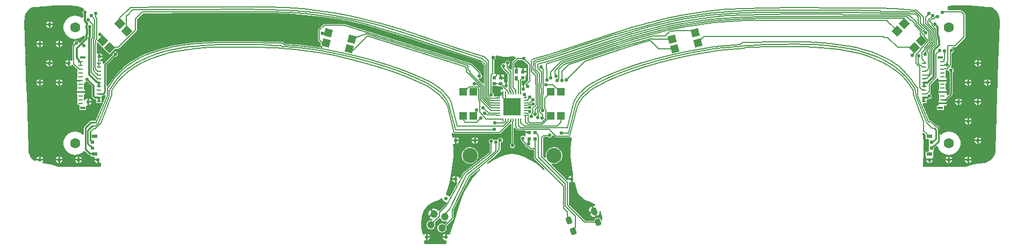
<source format=gbl>
G04*
G04 #@! TF.GenerationSoftware,Altium Limited,Altium Designer,19.1.5 (86)*
G04*
G04 Layer_Physical_Order=2*
G04 Layer_Color=3326705*
%FSLAX24Y24*%
%MOIN*%
G70*
G01*
G75*
%ADD11C,0.0100*%
%ADD19C,0.0080*%
%ADD20C,0.0060*%
%ADD21C,0.0120*%
%ADD22C,0.0160*%
%ADD24C,0.0630*%
%ADD25C,0.0945*%
%ADD26C,0.0472*%
G04:AMPARAMS|DCode=27|XSize=43.3mil|YSize=35.4mil|CornerRadius=8.9mil|HoleSize=0mil|Usage=FLASHONLY|Rotation=290.000|XOffset=0mil|YOffset=0mil|HoleType=Round|Shape=RoundedRectangle|*
%AMROUNDEDRECTD27*
21,1,0.0433,0.0177,0,0,290.0*
21,1,0.0256,0.0354,0,0,290.0*
1,1,0.0177,-0.0039,-0.0151*
1,1,0.0177,-0.0127,0.0090*
1,1,0.0177,0.0039,0.0151*
1,1,0.0177,0.0127,-0.0090*
%
%ADD27ROUNDEDRECTD27*%
%ADD28C,0.0220*%
%ADD29P,0.0668X4X180.0*%
%ADD30P,0.0668X4X240.0*%
%ADD31P,0.0668X4X390.0*%
%ADD32P,0.0668X4X90.0*%
%ADD33R,0.0472X0.0472*%
%ADD34R,0.0315X0.0102*%
%ADD35R,0.0256X0.0102*%
%ADD36R,0.0335X0.0157*%
%ADD37R,0.0354X0.0236*%
%ADD38R,0.0217X0.0236*%
%ADD39R,0.0220X0.0236*%
%ADD40R,0.0236X0.0220*%
%ADD41R,0.0236X0.0295*%
%ADD42R,0.1102X0.1102*%
%ADD43R,0.0079X0.0197*%
%ADD44R,0.0197X0.0079*%
G36*
X28588Y3071D02*
X28592Y3070D01*
X28672Y3070D01*
X28748Y3064D01*
X29503Y3003D01*
X29507Y3004D01*
X29511Y3003D01*
X29539Y3003D01*
X29615Y2998D01*
X29616Y2998D01*
X29617Y2998D01*
X29685Y2990D01*
X29721Y2981D01*
X29757Y2971D01*
X29801Y2955D01*
X29801Y2955D01*
X29812Y2949D01*
X29876Y2919D01*
X29885Y2915D01*
X29886Y2910D01*
X29886Y2910D01*
X29948Y2867D01*
X29984Y2837D01*
X30018Y2804D01*
X30020Y2803D01*
X30065Y2758D01*
X30085Y2733D01*
X30112Y2695D01*
X30112Y2695D01*
X30153Y2630D01*
X30185Y2568D01*
X30211Y2500D01*
X30213Y2494D01*
X30216Y2484D01*
X30236Y2409D01*
D01*
X30252Y2339D01*
X30254Y2321D01*
X30249Y2315D01*
X30249Y2315D01*
X30252Y2310D01*
X30254Y2286D01*
X30259Y2224D01*
X30254Y2219D01*
X30253Y2217D01*
X30257Y2161D01*
X30258Y2141D01*
X30258Y2140D01*
X30255Y2059D01*
X30151Y-1334D01*
X30151Y-1335D01*
X30144Y-1393D01*
X30142Y-1414D01*
X30146Y-1490D01*
X30146Y-1492D01*
X30080Y-3609D01*
X30071Y-3685D01*
X30071Y-3685D01*
X30075Y-3765D01*
X30008Y-5874D01*
X30007Y-5879D01*
X29999Y-5956D01*
X29999Y-5956D01*
X29992Y-6035D01*
X29981Y-6086D01*
X29981D01*
X29967Y-6134D01*
X29942Y-6202D01*
X29942Y-6202D01*
X29914Y-6257D01*
X29904Y-6277D01*
X29886Y-6308D01*
X29880Y-6315D01*
X29876Y-6316D01*
X29835Y-6369D01*
X29790Y-6417D01*
X29789Y-6420D01*
X29733Y-6476D01*
X29724Y-6484D01*
X29723Y-6485D01*
X29660Y-6532D01*
X29597Y-6575D01*
X29580Y-6585D01*
X29556Y-6598D01*
X29507Y-6624D01*
X29507Y-6624D01*
X29438Y-6660D01*
X29368Y-6693D01*
X29357Y-6701D01*
X29355Y-6702D01*
X29349Y-6705D01*
X28950Y-6732D01*
X28945Y-6733D01*
X28941Y-6733D01*
X28532Y-6808D01*
X28528Y-6810D01*
X28523Y-6810D01*
X28126Y-6930D01*
X28122Y-6932D01*
X28117Y-6933D01*
X28062Y-6957D01*
X25548D01*
X25494Y-6898D01*
X25502Y-6792D01*
X25502Y-6791D01*
X25502Y-6789D01*
X25531Y-6021D01*
X25530Y-6019D01*
X25531Y-6018D01*
X25531Y-5695D01*
X25531Y-5694D01*
X25531Y-5693D01*
X25522Y-5371D01*
X25521Y-5369D01*
X25521Y-5366D01*
X25479Y-4854D01*
X25478Y-4852D01*
X25478Y-4849D01*
X25476Y-4835D01*
X25552Y-4797D01*
X25685Y-4931D01*
Y-4961D01*
X25687Y-4968D01*
Y-5207D01*
X25830D01*
X25884Y-5265D01*
Y-5581D01*
X25884Y-5581D01*
Y-5619D01*
X25884D01*
X25884Y-5661D01*
Y-5913D01*
X25884Y-5935D01*
X25830Y-5993D01*
X25687D01*
Y-6309D01*
X25687D01*
X25725Y-6389D01*
X25706Y-6418D01*
X25700Y-6450D01*
X26108D01*
X26102Y-6418D01*
X26082Y-6389D01*
X26121Y-6309D01*
X26121D01*
Y-6015D01*
X26121Y-5993D01*
X26175Y-5935D01*
X26180D01*
Y-5749D01*
X26186Y-5743D01*
X26221Y-5736D01*
X26250Y-5716D01*
X26333Y-5633D01*
X26422Y-5658D01*
X26450Y-5752D01*
X26517Y-5877D01*
X26607Y-5986D01*
X26716Y-6076D01*
X26841Y-6143D01*
X26977Y-6184D01*
X27118Y-6198D01*
X27259Y-6184D01*
X27394Y-6143D01*
X27519Y-6076D01*
X27629Y-5986D01*
X27718Y-5877D01*
X27785Y-5752D01*
X27826Y-5616D01*
X27840Y-5475D01*
X27826Y-5334D01*
X27785Y-5199D01*
X27718Y-5074D01*
X27629Y-4964D01*
X27519Y-4874D01*
X27394Y-4808D01*
X27259Y-4766D01*
X27118Y-4753D01*
X26977Y-4766D01*
X26841Y-4808D01*
X26716Y-4874D01*
X26632Y-4944D01*
X26552Y-4910D01*
Y-4584D01*
X26545Y-4549D01*
X26525Y-4519D01*
X26492Y-4486D01*
Y-4450D01*
X26485Y-4415D01*
X26465Y-4385D01*
X26435Y-4365D01*
X26400Y-4358D01*
X26365Y-4365D01*
X26345Y-4379D01*
X26330D01*
X26050Y-4100D01*
X26027Y-4084D01*
X26000Y-4079D01*
X25898D01*
X25463Y-3039D01*
X25490Y-2998D01*
X25523Y-2976D01*
X25559Y-2983D01*
X25580D01*
X25619Y-2975D01*
X25624Y-2972D01*
X25748D01*
Y-2790D01*
X25810Y-2746D01*
X25844Y-2739D01*
X25877Y-2717D01*
X25893Y-2701D01*
X25900Y-2703D01*
X25959Y-2691D01*
X26008Y-2658D01*
X26041Y-2609D01*
X26053Y-2550D01*
X26041Y-2491D01*
X26008Y-2442D01*
X25965Y-2413D01*
X25957Y-2401D01*
X25942Y-2324D01*
X25958Y-2308D01*
X25975Y-2281D01*
X25982Y-2250D01*
X25982Y-2250D01*
Y-1832D01*
X26375Y-1439D01*
X26388Y-1439D01*
X26455Y-1465D01*
Y-1532D01*
X26712D01*
X26970D01*
Y-1431D01*
X26910D01*
X26910Y-1201D01*
X26910Y-1174D01*
X26910Y-964D01*
X26976Y-907D01*
X27019D01*
X27024Y-906D01*
X27080Y-940D01*
X27099Y-962D01*
X27109Y-1009D01*
X27142Y-1058D01*
X27158Y-1069D01*
Y-2362D01*
X27029Y-2491D01*
X26970Y-2438D01*
Y-2341D01*
X26712D01*
X26455D01*
Y-2442D01*
X26515D01*
Y-2618D01*
X26515Y-2618D01*
Y-2672D01*
X26515D01*
X26515Y-2698D01*
Y-2848D01*
X26455D01*
Y-2949D01*
X26712D01*
X26970D01*
Y-2848D01*
X26999Y-2780D01*
X27315Y-2465D01*
X27335Y-2435D01*
X27342Y-2400D01*
Y-1069D01*
X27358Y-1058D01*
X27391Y-1009D01*
X27403Y-950D01*
X27391Y-891D01*
X27358Y-842D01*
X27309Y-809D01*
X27268Y-801D01*
X27242Y-749D01*
X27236Y-719D01*
X27254Y-701D01*
X27270Y-678D01*
X27275Y-651D01*
Y130D01*
X27319Y139D01*
X27368Y172D01*
X27401Y221D01*
X27413Y280D01*
X27401Y339D01*
X27368Y388D01*
X27321Y420D01*
X27319Y426D01*
X27334Y500D01*
X27501D01*
X27501Y500D01*
X27533Y506D01*
X27559Y524D01*
X28098Y1062D01*
X28098Y1062D01*
X28115Y1089D01*
X28122Y1120D01*
X28122Y1120D01*
Y2520D01*
X28115Y2551D01*
X28098Y2578D01*
X28098Y2578D01*
X27918Y2758D01*
X27891Y2775D01*
X27860Y2782D01*
X27860Y2782D01*
X27023D01*
Y3022D01*
X27080Y3057D01*
X27147Y3070D01*
X27158Y3072D01*
X27232Y3070D01*
X27235Y3071D01*
X27240Y3076D01*
X27304Y3077D01*
X28509D01*
X28588Y3071D01*
D02*
G37*
G36*
X-27229Y3071D02*
X-27225Y3070D01*
X-27145Y3069D01*
X-27095Y3065D01*
X-27019Y3055D01*
X-27012Y3052D01*
X-26936Y3037D01*
X-26888Y3024D01*
X-26815Y3001D01*
X-26809Y2998D01*
X-26744Y2974D01*
X-26680Y2943D01*
X-26680Y2943D01*
X-26631Y2918D01*
X-26606Y2906D01*
X-26558Y2878D01*
X-26549Y2875D01*
X-26547Y2874D01*
X-26546Y2867D01*
X-26555Y2791D01*
X-26604Y2758D01*
X-26637Y2709D01*
X-26649Y2650D01*
X-26637Y2591D01*
X-26606Y2545D01*
X-26612Y2516D01*
Y2344D01*
X-26684Y2309D01*
X-26709Y2329D01*
X-26834Y2396D01*
X-26969Y2437D01*
X-27110Y2451D01*
X-27251Y2437D01*
X-27387Y2396D01*
X-27511Y2329D01*
X-27621Y2239D01*
X-27711Y2130D01*
X-27778Y2005D01*
X-27819Y1869D01*
X-27833Y1728D01*
X-27819Y1587D01*
X-27778Y1452D01*
X-27711Y1327D01*
X-27621Y1218D01*
X-27511Y1128D01*
X-27387Y1061D01*
X-27251Y1020D01*
X-27110Y1006D01*
X-26969Y1020D01*
X-26834Y1061D01*
X-26709Y1128D01*
X-26599Y1218D01*
X-26592Y1226D01*
X-26512Y1197D01*
Y1066D01*
X-26810Y768D01*
X-26894Y797D01*
X-26899Y819D01*
X-26932Y868D01*
X-26981Y901D01*
X-27040Y913D01*
X-27099Y901D01*
X-27148Y868D01*
X-27181Y819D01*
X-27193Y760D01*
X-27181Y701D01*
X-27170Y685D01*
X-27250Y604D01*
X-27266Y581D01*
X-27271Y554D01*
Y-314D01*
X-27319Y-337D01*
X-27351Y-344D01*
X-27414Y-302D01*
X-27446Y-296D01*
Y-500D01*
Y-704D01*
X-27414Y-698D01*
X-27345Y-651D01*
X-27321Y-616D01*
X-27308Y-609D01*
X-27232Y-602D01*
X-27224Y-604D01*
X-27000Y-829D01*
X-26977Y-844D01*
X-26953Y-849D01*
Y-852D01*
X-26952Y-859D01*
X-26952Y-1018D01*
X-26952Y-1044D01*
X-26952Y-1254D01*
X-26952Y-1281D01*
Y-1431D01*
X-27012D01*
Y-1532D01*
X-26754D01*
Y-1632D01*
X-27012D01*
Y-1733D01*
X-26952D01*
X-26952Y-1963D01*
X-26952Y-1989D01*
Y-2139D01*
X-27012D01*
Y-2241D01*
X-26497D01*
Y-2139D01*
X-26557D01*
X-26557Y-1909D01*
X-26557Y-1883D01*
Y-1733D01*
X-26497D01*
Y-1678D01*
X-26417Y-1636D01*
X-26409Y-1641D01*
X-26350Y-1653D01*
X-26331Y-1649D01*
X-26052Y-1928D01*
Y-2550D01*
X-26044Y-2589D01*
X-26022Y-2622D01*
X-25927Y-2717D01*
X-25894Y-2739D01*
X-25855Y-2747D01*
X-25853D01*
X-25791Y-2790D01*
Y-2972D01*
X-25666D01*
X-25662Y-2975D01*
X-25623Y-2983D01*
X-25584Y-2975D01*
X-25579Y-2972D01*
X-25455D01*
Y-2790D01*
X-25455D01*
Y-2736D01*
X-25455D01*
Y-2580D01*
X-25455Y-2554D01*
X-25407Y-2494D01*
X-25347Y-2492D01*
X-25331Y-2488D01*
X-25315Y-2485D01*
X-25314Y-2484D01*
X-25312Y-2484D01*
X-25299Y-2474D01*
X-25286Y-2466D01*
X-25284Y-2465D01*
X-25201Y-2492D01*
X-25185Y-2546D01*
X-25823Y-4072D01*
X-26113D01*
X-26149Y-4079D01*
X-26178Y-4099D01*
X-26525Y-4445D01*
X-26545Y-4475D01*
X-26552Y-4510D01*
Y-4899D01*
X-26632Y-4937D01*
X-26709Y-4874D01*
X-26834Y-4808D01*
X-26969Y-4766D01*
X-27110Y-4753D01*
X-27251Y-4766D01*
X-27387Y-4808D01*
X-27511Y-4874D01*
X-27621Y-4964D01*
X-27711Y-5074D01*
X-27778Y-5199D01*
X-27819Y-5334D01*
X-27833Y-5475D01*
X-27819Y-5616D01*
X-27778Y-5752D01*
X-27711Y-5877D01*
X-27621Y-5986D01*
X-27511Y-6076D01*
X-27387Y-6143D01*
X-27251Y-6184D01*
X-27110Y-6198D01*
X-26969Y-6184D01*
X-26834Y-6143D01*
X-26709Y-6076D01*
X-26599Y-5986D01*
X-26580Y-5963D01*
X-26472Y-5958D01*
X-26265Y-6165D01*
X-26235Y-6185D01*
X-26200Y-6192D01*
X-26113D01*
Y-6309D01*
X-25918D01*
X-25875Y-6389D01*
X-25894Y-6418D01*
X-25900Y-6450D01*
X-25696D01*
Y-6500D01*
X-25646D01*
Y-6704D01*
X-25614Y-6698D01*
X-25579Y-6674D01*
X-25497Y-6713D01*
X-25494Y-6789D01*
X-25494Y-6791D01*
X-25494Y-6792D01*
X-25488Y-6878D01*
X-25542Y-6937D01*
X-28101D01*
X-28110Y-6933D01*
X-28114Y-6932D01*
X-28118Y-6930D01*
X-28516Y-6810D01*
X-28520Y-6810D01*
X-28525Y-6808D01*
X-28933Y-6733D01*
X-28938Y-6733D01*
X-28942Y-6732D01*
X-29105Y-6721D01*
X-29123Y-6690D01*
X-29136Y-6639D01*
X-29098Y-6582D01*
X-29092Y-6550D01*
X-29528D01*
X-29584Y-6578D01*
X-29585Y-6578D01*
X-29585Y-6578D01*
X-29640Y-6545D01*
X-29656Y-6535D01*
X-29681Y-6518D01*
X-29682Y-6510D01*
X-29689Y-6507D01*
X-29748Y-6458D01*
X-29780Y-6428D01*
X-29780Y-6422D01*
X-29782Y-6417D01*
X-29784Y-6416D01*
X-29836Y-6361D01*
X-29837Y-6360D01*
X-29881Y-6296D01*
X-29912Y-6244D01*
X-29939Y-6189D01*
X-29948Y-6170D01*
X-29948Y-6170D01*
X-29964Y-6124D01*
X-29977Y-6069D01*
X-29980Y-6062D01*
X-29989Y-5987D01*
X-29991Y-5957D01*
X-29991Y-5956D01*
X-30000Y-5880D01*
X-30000Y-5878D01*
X-30000Y-5877D01*
X-30003Y-5797D01*
X-30110Y-2403D01*
X-30106Y-2323D01*
X-30106Y-2322D01*
X-30115Y-2246D01*
X-30181Y-130D01*
X-30177Y-52D01*
X-30177Y-52D01*
X-30177D01*
X-30186Y25D01*
X-30248Y2059D01*
X-30250Y2139D01*
X-30250Y2139D01*
X-30250Y2143D01*
X-30249Y2166D01*
X-30246Y2217D01*
X-30246Y2279D01*
X-30246Y2293D01*
X-30246Y2293D01*
X-30235Y2368D01*
X-30232Y2384D01*
D01*
X-30216Y2457D01*
X-30216Y2459D01*
X-30215Y2462D01*
X-30207Y2486D01*
X-30188Y2542D01*
X-30188Y2542D01*
X-30157Y2609D01*
X-30119Y2674D01*
X-30119Y2675D01*
X-30110Y2689D01*
X-30080Y2728D01*
X-30067Y2744D01*
Y2744D01*
X-30065Y2749D01*
X-30013Y2803D01*
X-30010Y2804D01*
Y2804D01*
X-29987Y2826D01*
X-29955Y2855D01*
X-29954Y2855D01*
X-29918Y2884D01*
X-29875Y2912D01*
X-29817Y2944D01*
X-29768Y2967D01*
X-29766Y2965D01*
X-29758Y2969D01*
X-29732Y2976D01*
X-29657Y2993D01*
Y2993D01*
X-29580Y2999D01*
X-29576Y2999D01*
X-29576Y2999D01*
X-29573Y3000D01*
X-29516Y3003D01*
X-29495Y3003D01*
X-28661Y3070D01*
Y3070D01*
X-28660Y3070D01*
X-28660Y3070D01*
X-28585Y3070D01*
X-28585Y3070D01*
X-28581Y3071D01*
X-28576Y3077D01*
X-27308D01*
X-27229Y3071D01*
D02*
G37*
G36*
X-15032Y2621D02*
X-13891Y2578D01*
X-12858Y2506D01*
X-11872Y2400D01*
X-10894Y2255D01*
X-9990Y2085D01*
X-9033Y1870D01*
X-7976Y1535D01*
X-7976Y1535D01*
X-7975Y1535D01*
X-6713Y1162D01*
X-1918Y-422D01*
X-1731Y-610D01*
Y-1755D01*
X-1805Y-1786D01*
X-1964Y-1627D01*
X-1988Y-1611D01*
X-1988Y-1611D01*
X-2076Y-1523D01*
X-2036Y-1450D01*
X-2020Y-1453D01*
X-1961Y-1441D01*
X-1912Y-1408D01*
X-1879Y-1359D01*
X-1867Y-1300D01*
X-1879Y-1241D01*
X-1912Y-1192D01*
X-1961Y-1159D01*
X-1969Y-1157D01*
Y-1060D01*
X-1974Y-1033D01*
X-1990Y-1010D01*
X-2450Y-550D01*
X-2452Y-548D01*
X-2454Y-545D01*
X-2464Y-540D01*
X-2473Y-534D01*
X-2476Y-533D01*
X-2479Y-532D01*
X-10399Y1928D01*
X-10409Y1930D01*
X-10420Y1932D01*
X-11640D01*
X-11667Y1926D01*
X-11690Y1911D01*
X-12000Y1600D01*
X-12016Y1577D01*
X-12021Y1550D01*
Y950D01*
X-12016Y923D01*
X-12000Y900D01*
X-11841Y740D01*
X-11884Y579D01*
X-11772Y549D01*
X-11725Y454D01*
X-11726Y453D01*
X-12483Y565D01*
X-12484Y565D01*
X-12486Y565D01*
X-13246Y649D01*
X-13247Y649D01*
X-13248Y649D01*
X-14076Y708D01*
X-14181Y812D01*
X-14204Y828D01*
X-14231Y833D01*
X-14994D01*
X-15851Y863D01*
X-15852Y863D01*
X-15853Y863D01*
X-16712Y873D01*
X-16713Y873D01*
X-16713Y873D01*
X-17651Y874D01*
X-17652Y874D01*
X-17653Y874D01*
X-18238Y864D01*
X-18239Y864D01*
X-18240Y864D01*
X-18825Y842D01*
X-18826Y842D01*
X-18827Y842D01*
X-19650Y783D01*
X-19651Y783D01*
X-19653Y783D01*
X-20390Y695D01*
X-20391Y694D01*
X-20393Y694D01*
X-21050Y581D01*
X-21052Y581D01*
X-21054Y581D01*
X-21384Y508D01*
X-21386Y508D01*
X-21387Y508D01*
X-21716Y424D01*
X-21718Y423D01*
X-21719Y423D01*
X-22219Y269D01*
X-22221Y268D01*
X-22223Y267D01*
X-22710Y79D01*
X-22712Y78D01*
X-22715Y77D01*
X-23142Y-124D01*
X-23144Y-125D01*
X-23147Y-126D01*
X-23528Y-343D01*
X-23530Y-345D01*
X-23533Y-345D01*
X-23752Y-490D01*
X-23753Y-492D01*
X-23755Y-493D01*
X-23967Y-650D01*
X-23968Y-652D01*
X-23971Y-653D01*
X-24284Y-926D01*
X-24286Y-928D01*
X-24288Y-930D01*
X-24573Y-1230D01*
X-24575Y-1233D01*
X-24577Y-1235D01*
X-24808Y-1527D01*
X-24809Y-1530D01*
X-24811Y-1533D01*
X-25035Y-1876D01*
X-25084Y-1925D01*
X-25158Y-1895D01*
Y-628D01*
X-24619Y-89D01*
X-24600Y-93D01*
X-24541Y-81D01*
X-24492Y-48D01*
X-24459Y1D01*
X-24447Y60D01*
X-24459Y119D01*
X-24492Y168D01*
X-24541Y201D01*
X-24600Y213D01*
X-24659Y201D01*
X-24708Y168D01*
X-24741Y119D01*
X-24753Y60D01*
X-24749Y41D01*
X-25315Y-525D01*
X-25316Y-525D01*
X-25395Y-500D01*
Y-368D01*
X-25560D01*
X-25568Y-288D01*
X-25518Y-278D01*
X-25449Y-231D01*
X-25402Y-162D01*
X-25396Y-130D01*
X-25600D01*
Y-80D01*
X-25650D01*
Y124D01*
X-25682Y118D01*
X-25699Y107D01*
X-25779Y149D01*
Y754D01*
X-25775Y760D01*
X-25774Y762D01*
X-25696Y797D01*
X-25402Y503D01*
X-25347Y448D01*
X-24956Y58D01*
X-24609Y405D01*
X-24424D01*
X-24397Y410D01*
X-24373Y426D01*
X-23300Y1500D01*
X-23284Y1523D01*
X-23279Y1550D01*
Y2220D01*
X-22893Y2606D01*
X-19292Y2618D01*
X-19292Y2618D01*
X-19292Y2618D01*
X-16565Y2636D01*
X-15032Y2621D01*
D02*
G37*
G36*
X-885Y-40D02*
X-882Y-40D01*
X-879Y-41D01*
X-483Y-93D01*
X-479Y-92D01*
X-475Y-93D01*
X-216Y-102D01*
X-211Y-101D01*
X-206Y-101D01*
X-77Y-89D01*
X-71Y-89D01*
X-0Y-86D01*
X4Y-88D01*
X8Y-86D01*
X87Y-89D01*
X212Y-101D01*
X237Y-137D01*
X243Y-181D01*
X12Y-412D01*
X-5Y-439D01*
X-12Y-470D01*
X-12Y-470D01*
Y-867D01*
X-85Y-897D01*
X-227Y-756D01*
Y-738D01*
X-220Y-727D01*
X-214Y-696D01*
X-210Y-632D01*
X-160Y-599D01*
X-127Y-549D01*
X-116Y-490D01*
X-127Y-432D01*
X-160Y-382D01*
X-210Y-349D01*
X-269Y-337D01*
X-327Y-349D01*
X-377Y-382D01*
X-410Y-432D01*
X-417Y-470D01*
X-450Y-503D01*
X-496Y-524D01*
X-533Y-516D01*
X-592Y-528D01*
X-641Y-561D01*
X-674Y-611D01*
X-686Y-669D01*
X-674Y-728D01*
X-641Y-778D01*
X-602Y-804D01*
Y-820D01*
X-602Y-820D01*
X-595Y-851D01*
X-578Y-878D01*
X-252Y-1204D01*
Y-1631D01*
X-310Y-1675D01*
Y-1900D01*
X-410D01*
Y-1696D01*
X-419Y-1698D01*
X-478Y-1659D01*
X-494Y-1641D01*
X-492Y-1621D01*
X-492Y-1621D01*
X-492Y-1621D01*
Y-1461D01*
X-710D01*
Y-1411D01*
X-760D01*
Y-1201D01*
X-882D01*
Y-1181D01*
X-1029D01*
X-1098Y-1130D01*
X-1098Y-1130D01*
Y-271D01*
X-1063Y-248D01*
X-1030Y-198D01*
X-1019Y-139D01*
X-1028Y-91D01*
X-1004Y-53D01*
X-974Y-21D01*
X-885Y-40D01*
D02*
G37*
G36*
X632Y-324D02*
X682Y-357D01*
X740Y-369D01*
X772Y-363D01*
X1018Y-610D01*
Y-1579D01*
X815Y-1782D01*
X798Y-1809D01*
X791Y-1840D01*
X720Y-1886D01*
X719Y-1886D01*
X691Y-1892D01*
X611Y-1831D01*
Y-1570D01*
X623Y-1559D01*
X838D01*
Y-1259D01*
X898Y-1241D01*
Y-1081D01*
X680D01*
Y-1031D01*
X630D01*
Y-821D01*
X498D01*
Y-776D01*
X330D01*
Y-1023D01*
X230D01*
Y-776D01*
X152D01*
Y-504D01*
X358Y-298D01*
X614D01*
X632Y-324D01*
D02*
G37*
G36*
X-942Y-1919D02*
X-868Y-1934D01*
Y-1939D01*
X-653D01*
X-610Y-1982D01*
X-606Y-2002D01*
X-590Y-2025D01*
X-534Y-2081D01*
X-565Y-2155D01*
X-691D01*
Y-2304D01*
X-551D01*
Y-2404D01*
X-691D01*
Y-2497D01*
X-705Y-2555D01*
X-763Y-2569D01*
X-985D01*
Y-2589D01*
X-1076D01*
X-1090Y-2577D01*
X-1133Y-2509D01*
X-1127Y-2480D01*
X-1139Y-2421D01*
X-1172Y-2372D01*
X-1217Y-2342D01*
Y-1919D01*
X-942D01*
Y-1919D01*
D02*
G37*
G36*
X-31Y-4292D02*
Y-5487D01*
X-68Y-5512D01*
X-101Y-5561D01*
X-113Y-5620D01*
X-101Y-5679D01*
X-68Y-5728D01*
X-19Y-5761D01*
X40Y-5773D01*
X99Y-5761D01*
X148Y-5728D01*
X181Y-5679D01*
X193Y-5620D01*
X181Y-5561D01*
X148Y-5512D01*
X111Y-5487D01*
Y-4539D01*
X168Y-4515D01*
X191Y-4512D01*
X330Y-4650D01*
X353Y-4666D01*
X380Y-4671D01*
X847D01*
Y-4750D01*
X1057D01*
Y-4850D01*
X847D01*
Y-5002D01*
X830Y-5017D01*
X779Y-5045D01*
X739Y-5019D01*
X680Y-5007D01*
X621Y-5019D01*
X572Y-5052D01*
X539Y-5101D01*
X527Y-5160D01*
X539Y-5219D01*
X572Y-5268D01*
X609Y-5293D01*
Y-5320D01*
X614Y-5347D01*
X630Y-5370D01*
X799Y-5540D01*
Y-5575D01*
X804Y-5602D01*
X820Y-5625D01*
X925Y-5730D01*
X948Y-5746D01*
X975Y-5751D01*
X1010D01*
X1104Y-5845D01*
X1127Y-5860D01*
X1154Y-5866D01*
X1368D01*
Y-6389D01*
X1373Y-6416D01*
X1389Y-6439D01*
X2027Y-7078D01*
X1971Y-7136D01*
X1800Y-6977D01*
X1797Y-6975D01*
X1794Y-6972D01*
X1467Y-6723D01*
X1464Y-6722D01*
X1461Y-6719D01*
X1111Y-6503D01*
X1107Y-6501D01*
X1104Y-6499D01*
X736Y-6317D01*
X732Y-6316D01*
X728Y-6314D01*
X347Y-6171D01*
X336Y-6169D01*
X326Y-6166D01*
X11Y-6137D01*
X4Y-6138D01*
X-4Y-6137D01*
X-318Y-6166D01*
X-329Y-6169D01*
X-340Y-6171D01*
X-750Y-6327D01*
X-754Y-6330D01*
X-758Y-6331D01*
X-1153Y-6531D01*
X-1157Y-6533D01*
X-1160Y-6535D01*
X-1514Y-6763D01*
X-1561Y-6698D01*
X-1205Y-6405D01*
X-1202Y-6402D01*
X-1200Y-6400D01*
X-730Y-5931D01*
X-715Y-5908D01*
X-709Y-5881D01*
Y-5431D01*
X-661Y-5421D01*
X-612Y-5388D01*
X-579Y-5339D01*
X-567Y-5280D01*
X-579Y-5221D01*
X-612Y-5172D01*
X-661Y-5139D01*
X-720Y-5127D01*
X-779Y-5139D01*
X-828Y-5172D01*
X-861Y-5221D01*
X-941Y-5259D01*
X-1000Y-5247D01*
X-1059Y-5259D01*
X-1063Y-5262D01*
X-1124Y-5278D01*
X-1166Y-5241D01*
X-1172Y-5232D01*
X-1221Y-5199D01*
X-1280Y-5187D01*
X-1339Y-5199D01*
X-1388Y-5232D01*
X-1421Y-5281D01*
X-1433Y-5340D01*
X-1421Y-5399D01*
X-1388Y-5448D01*
X-1352Y-5472D01*
Y-6001D01*
X-1447Y-6096D01*
X-2943Y-7243D01*
X-2947Y-7247D01*
X-2950Y-7250D01*
X-3050Y-7350D01*
X-3056Y-7358D01*
X-3063Y-7366D01*
X-3212Y-7643D01*
X-3296Y-7630D01*
X-3298Y-7618D01*
X-3345Y-7549D01*
X-3414Y-7502D01*
X-3446Y-7496D01*
Y-7700D01*
Y-7904D01*
X-3443Y-7904D01*
X-3387Y-7969D01*
X-3829Y-8789D01*
X-3919Y-8787D01*
X-3945Y-8749D01*
X-4014Y-8702D01*
X-4071Y-8691D01*
X-4105Y-8626D01*
X-4107Y-8608D01*
X-4065Y-8555D01*
X-4064Y-8554D01*
X-4063Y-8554D01*
X-4057Y-8540D01*
X-4050Y-8527D01*
X-4050Y-8526D01*
X-4049Y-8525D01*
X-3877Y-7874D01*
X-3876Y-7872D01*
X-3876Y-7870D01*
X-3753Y-7279D01*
X-3753Y-7276D01*
X-3752Y-7274D01*
X-3683Y-6799D01*
X-3684Y-6797D01*
X-3683Y-6794D01*
X-3646Y-6316D01*
X-3646Y-6313D01*
X-3645Y-6310D01*
X-3644Y-5780D01*
X-3644Y-5777D01*
X-3644Y-5774D01*
X-3660Y-5539D01*
X-3583Y-5495D01*
X-3578Y-5498D01*
X-3546Y-5504D01*
Y-5300D01*
Y-5096D01*
X-3578Y-5102D01*
X-3616Y-5127D01*
X-3701Y-5095D01*
X-3731Y-4881D01*
X-3662Y-4845D01*
X-3655Y-4845D01*
X-3654Y-4846D01*
X-3650Y-4850D01*
X-3643Y-4855D01*
X-3637Y-4861D01*
X-3632Y-4863D01*
X-3627Y-4866D01*
X-3619Y-4868D01*
X-3611Y-4871D01*
X-3605Y-4870D01*
X-3600Y-4871D01*
X-753D01*
X-726Y-4866D01*
X-703Y-4850D01*
X-111Y-4259D01*
X-31Y-4292D01*
D02*
G37*
G36*
X2690Y-5090D02*
X2713Y-5106D01*
X2740Y-5111D01*
X3580D01*
X3585Y-5110D01*
X3590Y-5111D01*
X3599Y-5108D01*
X3607Y-5106D01*
X3612Y-5103D01*
X3616Y-5101D01*
X3623Y-5095D01*
X3628Y-5092D01*
X3670Y-5102D01*
X3705Y-5121D01*
X3688Y-5238D01*
X3689Y-5241D01*
X3688Y-5244D01*
X3651Y-5774D01*
X3652Y-5777D01*
X3651Y-5780D01*
X3653Y-6310D01*
X3654Y-6313D01*
X3653Y-6316D01*
X3690Y-6794D01*
X3691Y-6797D01*
X3691Y-6799D01*
X3760Y-7274D01*
X3761Y-7276D01*
X3761Y-7279D01*
X3790Y-7422D01*
X3754Y-7458D01*
Y-7700D01*
Y-7904D01*
X3786Y-7898D01*
X3805Y-7885D01*
X3811Y-7884D01*
X3896Y-7920D01*
X4057Y-8525D01*
X4057Y-8526D01*
X4058Y-8527D01*
X4064Y-8540D01*
X4071Y-8554D01*
X4072Y-8554D01*
X4072Y-8555D01*
X4245Y-8771D01*
X4252Y-8777D01*
X4259Y-8785D01*
X4477Y-8955D01*
X4485Y-8959D01*
X4493Y-8965D01*
X4745Y-9080D01*
X4750Y-9081D01*
X4754Y-9083D01*
X4835Y-9109D01*
X5031Y-9193D01*
X5161Y-9281D01*
X5158Y-9304D01*
X5135Y-9360D01*
X5078Y-9369D01*
X5041Y-9382D01*
X5151Y-9683D01*
X5260Y-9984D01*
X5297Y-9971D01*
X5361Y-9932D01*
X5405Y-9871D01*
X5423Y-9798D01*
X5414Y-9740D01*
X5445Y-9703D01*
X5481Y-9681D01*
X5492Y-9686D01*
X5552Y-9828D01*
X5596Y-10037D01*
X5619Y-10240D01*
X5541Y-10258D01*
X5509Y-10171D01*
X5482Y-10127D01*
X5441Y-10097D01*
X5391Y-10084D01*
X5341Y-10092D01*
X5174Y-10153D01*
X5131Y-10179D01*
X5100Y-10221D01*
X5088Y-10270D01*
X5067Y-10295D01*
X4545D01*
X3521Y-9270D01*
Y-7927D01*
X3579Y-7887D01*
X3600Y-7883D01*
X3622Y-7898D01*
X3654Y-7904D01*
Y-7750D01*
X3462D01*
X3422Y-7771D01*
X2452Y-6801D01*
X2474Y-6749D01*
X2493Y-6729D01*
X2616Y-6745D01*
X2750Y-6728D01*
X2875Y-6676D01*
X2982Y-6594D01*
X3064Y-6487D01*
X3116Y-6362D01*
X3133Y-6228D01*
X3116Y-6095D01*
X3064Y-5970D01*
X2982Y-5863D01*
X2875Y-5781D01*
X2750Y-5729D01*
X2616Y-5711D01*
X2483Y-5729D01*
X2358Y-5781D01*
X2251Y-5863D01*
X2169Y-5970D01*
X2117Y-6095D01*
X2100Y-6228D01*
X2116Y-6352D01*
X2095Y-6371D01*
X2043Y-6392D01*
X1921Y-6270D01*
Y-5130D01*
X1980Y-5071D01*
X2221D01*
X2232Y-5088D01*
X2281Y-5121D01*
X2340Y-5133D01*
X2399Y-5121D01*
X2448Y-5088D01*
X2481Y-5039D01*
X2488Y-5003D01*
X2551Y-4973D01*
X2570Y-4971D01*
X2690Y-5090D01*
D02*
G37*
G36*
X-1950Y-7121D02*
X-2206Y-7374D01*
X-2208Y-7378D01*
X-2212Y-7380D01*
X-2492Y-7723D01*
X-2494Y-7727D01*
X-2497Y-7730D01*
X-2741Y-8100D01*
X-2742Y-8104D01*
X-2745Y-8107D01*
X-2949Y-8500D01*
X-2950Y-8504D01*
X-2952Y-8508D01*
X-3115Y-8921D01*
X-3115Y-8923D01*
X-3116Y-8925D01*
X-3393Y-9753D01*
X-3421Y-9828D01*
Y-9828D01*
X-3443Y-9904D01*
X-3864Y-11126D01*
X-3903Y-11137D01*
X-3954Y-11142D01*
X-4014Y-11102D01*
X-4046Y-11096D01*
Y-11300D01*
X-4096D01*
Y-11350D01*
X-4300D01*
X-4294Y-11382D01*
X-4248Y-11451D01*
X-4178Y-11498D01*
X-4096Y-11514D01*
X-4088Y-11513D01*
X-4029Y-11582D01*
X-4086Y-11737D01*
X-5425D01*
X-5463Y-11537D01*
X-5391Y-11489D01*
X-5378Y-11498D01*
X-5346Y-11504D01*
Y-11300D01*
Y-11096D01*
X-5378Y-11102D01*
X-5448Y-11149D01*
X-5454Y-11158D01*
X-5539Y-11141D01*
X-5616Y-10734D01*
X-5629Y-10392D01*
X-5589Y-10037D01*
X-5544Y-9828D01*
X-5462Y-9634D01*
X-5345Y-9460D01*
X-5197Y-9311D01*
X-5024Y-9193D01*
X-4827Y-9109D01*
X-4747Y-9083D01*
X-4742Y-9081D01*
X-4738Y-9080D01*
X-4486Y-8965D01*
X-4478Y-8959D01*
X-4469Y-8955D01*
X-4383Y-8888D01*
X-4305Y-8928D01*
X-4294Y-8982D01*
X-4248Y-9051D01*
X-4178Y-9098D01*
X-4096Y-9114D01*
X-4095Y-9114D01*
X-4042Y-9185D01*
X-4108Y-9307D01*
X-4481Y-9680D01*
X-4578Y-9664D01*
X-4606Y-9627D01*
X-4677Y-9573D01*
X-4758Y-9539D01*
X-4846Y-9528D01*
X-4934Y-9539D01*
X-4969Y-9554D01*
X-4803Y-9842D01*
X-4846Y-9867D01*
X-4821Y-9910D01*
X-5109Y-10077D01*
X-5086Y-10107D01*
X-5016Y-10161D01*
X-4959Y-10184D01*
X-4937Y-10252D01*
X-4939Y-10275D01*
X-4949Y-10284D01*
X-4957Y-10281D01*
X-5029Y-10271D01*
X-5101Y-10281D01*
X-5168Y-10309D01*
X-5226Y-10353D01*
X-5270Y-10411D01*
X-5298Y-10478D01*
X-5308Y-10550D01*
X-5298Y-10622D01*
X-5270Y-10689D01*
X-5226Y-10747D01*
X-5168Y-10791D01*
X-5101Y-10819D01*
X-5029Y-10829D01*
X-4957Y-10819D01*
X-4890Y-10791D01*
X-4832Y-10747D01*
X-4788Y-10689D01*
X-4760Y-10622D01*
X-4751Y-10550D01*
X-4760Y-10478D01*
X-4788Y-10411D01*
X-4788Y-10410D01*
X-4506Y-10128D01*
X-4419Y-10154D01*
X-4404Y-10189D01*
X-4360Y-10247D01*
X-4302Y-10291D01*
X-4235Y-10319D01*
X-4163Y-10329D01*
X-4091Y-10319D01*
X-4078Y-10314D01*
X-4032Y-10381D01*
X-4171Y-10520D01*
X-4207Y-10492D01*
X-4274Y-10464D01*
X-4346Y-10454D01*
X-4418Y-10464D01*
X-4485Y-10492D01*
X-4543Y-10536D01*
X-4587Y-10594D01*
X-4615Y-10661D01*
X-4625Y-10733D01*
X-4615Y-10805D01*
X-4587Y-10872D01*
X-4543Y-10930D01*
X-4485Y-10974D01*
X-4418Y-11002D01*
X-4346Y-11012D01*
X-4274Y-11002D01*
X-4207Y-10974D01*
X-4149Y-10930D01*
X-4105Y-10872D01*
X-4077Y-10805D01*
X-4068Y-10733D01*
X-4077Y-10661D01*
X-4087Y-10638D01*
X-3650Y-10200D01*
X-3634Y-10177D01*
X-3629Y-10150D01*
Y-9617D01*
X-2593Y-7546D01*
X-2004Y-7062D01*
X-1950Y-7121D01*
D02*
G37*
%LPC*%
G36*
X28954Y-296D02*
Y-450D01*
X29108D01*
X29102Y-418D01*
X29055Y-349D01*
X28986Y-302D01*
X28954Y-296D01*
D02*
G37*
G36*
X28854D02*
X28822Y-302D01*
X28752Y-349D01*
X28706Y-418D01*
X28700Y-450D01*
X28854D01*
Y-296D01*
D02*
G37*
G36*
X29108Y-550D02*
X28954D01*
Y-704D01*
X28986Y-698D01*
X29055Y-651D01*
X29102Y-582D01*
X29108Y-550D01*
D02*
G37*
G36*
X28854D02*
X28700D01*
X28706Y-582D01*
X28752Y-651D01*
X28822Y-698D01*
X28854Y-704D01*
Y-550D01*
D02*
G37*
G36*
X29554Y-1496D02*
Y-1650D01*
X29708D01*
X29702Y-1618D01*
X29655Y-1549D01*
X29586Y-1502D01*
X29554Y-1496D01*
D02*
G37*
G36*
X29454D02*
X29422Y-1502D01*
X29352Y-1549D01*
X29306Y-1618D01*
X29300Y-1650D01*
X29454D01*
Y-1496D01*
D02*
G37*
G36*
X28354D02*
Y-1650D01*
X28508D01*
X28502Y-1618D01*
X28455Y-1549D01*
X28386Y-1502D01*
X28354Y-1496D01*
D02*
G37*
G36*
X28254D02*
X28222Y-1502D01*
X28152Y-1549D01*
X28106Y-1618D01*
X28100Y-1650D01*
X28254D01*
Y-1496D01*
D02*
G37*
G36*
X29708Y-1750D02*
X29554D01*
Y-1904D01*
X29586Y-1898D01*
X29655Y-1851D01*
X29702Y-1782D01*
X29708Y-1750D01*
D02*
G37*
G36*
X29454D02*
X29300D01*
X29306Y-1782D01*
X29352Y-1851D01*
X29422Y-1898D01*
X29454Y-1904D01*
Y-1750D01*
D02*
G37*
G36*
X28508D02*
X28354D01*
Y-1904D01*
X28386Y-1898D01*
X28455Y-1851D01*
X28502Y-1782D01*
X28508Y-1750D01*
D02*
G37*
G36*
X28254D02*
X28100D01*
X28106Y-1782D01*
X28152Y-1851D01*
X28222Y-1898D01*
X28254Y-1904D01*
Y-1750D01*
D02*
G37*
G36*
X26970Y-1632D02*
X26712D01*
X26455D01*
Y-1733D01*
X26515D01*
X26515Y-1963D01*
X26515Y-1989D01*
Y-2139D01*
X26455D01*
Y-2241D01*
X26712D01*
X26970D01*
Y-2139D01*
X26910D01*
X26910Y-1909D01*
X26910Y-1883D01*
Y-1733D01*
X26970D01*
Y-1632D01*
D02*
G37*
G36*
X28954Y-2696D02*
Y-2850D01*
X29108D01*
X29102Y-2818D01*
X29055Y-2749D01*
X28986Y-2702D01*
X28954Y-2696D01*
D02*
G37*
G36*
X28854D02*
X28822Y-2702D01*
X28752Y-2749D01*
X28706Y-2818D01*
X28700Y-2850D01*
X28854D01*
Y-2696D01*
D02*
G37*
G36*
X27754D02*
Y-2850D01*
X27908D01*
X27902Y-2818D01*
X27855Y-2749D01*
X27786Y-2702D01*
X27754Y-2696D01*
D02*
G37*
G36*
X27654D02*
X27622Y-2702D01*
X27552Y-2749D01*
X27506Y-2818D01*
X27500Y-2850D01*
X27654D01*
Y-2696D01*
D02*
G37*
G36*
X29108Y-2950D02*
X28954D01*
Y-3104D01*
X28986Y-3098D01*
X29055Y-3051D01*
X29102Y-2982D01*
X29108Y-2950D01*
D02*
G37*
G36*
X28854D02*
X28700D01*
X28706Y-2982D01*
X28752Y-3051D01*
X28822Y-3098D01*
X28854Y-3104D01*
Y-2950D01*
D02*
G37*
G36*
X27908D02*
X27754D01*
Y-3104D01*
X27786Y-3098D01*
X27855Y-3051D01*
X27902Y-2982D01*
X27908Y-2950D01*
D02*
G37*
G36*
X27654D02*
X27500D01*
X27506Y-2982D01*
X27552Y-3051D01*
X27622Y-3098D01*
X27654Y-3104D01*
Y-2950D01*
D02*
G37*
G36*
X26970Y-3049D02*
X26712D01*
X26455D01*
X26455Y-3150D01*
X26377Y-3156D01*
X26377D01*
Y-3394D01*
X26791D01*
X26791Y-3156D01*
X26869Y-3150D01*
X26970D01*
Y-3049D01*
D02*
G37*
G36*
X28354Y-3896D02*
Y-4050D01*
X28508D01*
X28502Y-4018D01*
X28455Y-3949D01*
X28386Y-3902D01*
X28354Y-3896D01*
D02*
G37*
G36*
X28254D02*
X28222Y-3902D01*
X28152Y-3949D01*
X28106Y-4018D01*
X28100Y-4050D01*
X28254D01*
Y-3896D01*
D02*
G37*
G36*
X28508Y-4150D02*
X28354D01*
Y-4304D01*
X28386Y-4298D01*
X28455Y-4251D01*
X28502Y-4182D01*
X28508Y-4150D01*
D02*
G37*
G36*
X28254D02*
X28100D01*
X28106Y-4182D01*
X28152Y-4251D01*
X28222Y-4298D01*
X28254Y-4304D01*
Y-4150D01*
D02*
G37*
G36*
X28954Y-5096D02*
Y-5250D01*
X29108D01*
X29102Y-5218D01*
X29055Y-5149D01*
X28986Y-5102D01*
X28954Y-5096D01*
D02*
G37*
G36*
X28854D02*
X28822Y-5102D01*
X28752Y-5149D01*
X28706Y-5218D01*
X28700Y-5250D01*
X28854D01*
Y-5096D01*
D02*
G37*
G36*
X29108Y-5350D02*
X28954D01*
Y-5504D01*
X28986Y-5498D01*
X29055Y-5451D01*
X29102Y-5382D01*
X29108Y-5350D01*
D02*
G37*
G36*
X28854D02*
X28700D01*
X28706Y-5382D01*
X28752Y-5451D01*
X28822Y-5498D01*
X28854Y-5504D01*
Y-5350D01*
D02*
G37*
G36*
X28354Y-6296D02*
Y-6450D01*
X28508D01*
X28502Y-6418D01*
X28455Y-6349D01*
X28386Y-6302D01*
X28354Y-6296D01*
D02*
G37*
G36*
X28254D02*
X28222Y-6302D01*
X28152Y-6349D01*
X28106Y-6418D01*
X28100Y-6450D01*
X28254D01*
Y-6296D01*
D02*
G37*
G36*
X27154D02*
Y-6450D01*
X27308D01*
X27302Y-6418D01*
X27255Y-6349D01*
X27186Y-6302D01*
X27154Y-6296D01*
D02*
G37*
G36*
X27054D02*
X27022Y-6302D01*
X26952Y-6349D01*
X26906Y-6418D01*
X26900Y-6450D01*
X27054D01*
Y-6296D01*
D02*
G37*
G36*
X28508Y-6550D02*
X28354D01*
Y-6704D01*
X28386Y-6698D01*
X28455Y-6651D01*
X28502Y-6582D01*
X28508Y-6550D01*
D02*
G37*
G36*
X28254D02*
X28100D01*
X28106Y-6582D01*
X28152Y-6651D01*
X28222Y-6698D01*
X28254Y-6704D01*
Y-6550D01*
D02*
G37*
G36*
X27308D02*
X27154D01*
Y-6704D01*
X27186Y-6698D01*
X27255Y-6651D01*
X27302Y-6582D01*
X27308Y-6550D01*
D02*
G37*
G36*
X27054D02*
X26900D01*
X26906Y-6582D01*
X26952Y-6651D01*
X27022Y-6698D01*
X27054Y-6704D01*
Y-6550D01*
D02*
G37*
G36*
X26108D02*
X25954D01*
Y-6704D01*
X25986Y-6698D01*
X26055Y-6651D01*
X26102Y-6582D01*
X26108Y-6550D01*
D02*
G37*
G36*
X25854D02*
X25700D01*
X25706Y-6582D01*
X25752Y-6651D01*
X25822Y-6698D01*
X25854Y-6704D01*
Y-6550D01*
D02*
G37*
G36*
X-28646Y2104D02*
Y1950D01*
X-28492D01*
X-28498Y1982D01*
X-28545Y2051D01*
X-28614Y2098D01*
X-28646Y2104D01*
D02*
G37*
G36*
X-28746D02*
X-28778Y2098D01*
X-28848Y2051D01*
X-28894Y1982D01*
X-28900Y1950D01*
X-28746D01*
Y2104D01*
D02*
G37*
G36*
X-28492Y1850D02*
X-28646D01*
Y1696D01*
X-28614Y1702D01*
X-28545Y1749D01*
X-28498Y1818D01*
X-28492Y1850D01*
D02*
G37*
G36*
X-28746D02*
X-28900D01*
X-28894Y1818D01*
X-28848Y1749D01*
X-28778Y1702D01*
X-28746Y1696D01*
Y1850D01*
D02*
G37*
G36*
X-28046Y904D02*
Y750D01*
X-27892D01*
X-27898Y782D01*
X-27945Y851D01*
X-28014Y898D01*
X-28046Y904D01*
D02*
G37*
G36*
X-28146D02*
X-28178Y898D01*
X-28248Y851D01*
X-28294Y782D01*
X-28300Y750D01*
X-28146D01*
Y904D01*
D02*
G37*
G36*
X-29246D02*
Y750D01*
X-29092D01*
X-29098Y782D01*
X-29145Y851D01*
X-29214Y898D01*
X-29246Y904D01*
D02*
G37*
G36*
X-29346D02*
X-29378Y898D01*
X-29448Y851D01*
X-29494Y782D01*
X-29500Y750D01*
X-29346D01*
Y904D01*
D02*
G37*
G36*
X-27892Y650D02*
X-28046D01*
Y496D01*
X-28014Y502D01*
X-27945Y549D01*
X-27898Y618D01*
X-27892Y650D01*
D02*
G37*
G36*
X-28146D02*
X-28300D01*
X-28294Y618D01*
X-28248Y549D01*
X-28178Y502D01*
X-28146Y496D01*
Y650D01*
D02*
G37*
G36*
X-29092D02*
X-29246D01*
Y496D01*
X-29214Y502D01*
X-29145Y549D01*
X-29098Y618D01*
X-29092Y650D01*
D02*
G37*
G36*
X-29346D02*
X-29500D01*
X-29494Y618D01*
X-29448Y549D01*
X-29378Y502D01*
X-29346Y496D01*
Y650D01*
D02*
G37*
G36*
X-27546Y-296D02*
X-27578Y-302D01*
X-27648Y-349D01*
X-27694Y-418D01*
X-27700Y-450D01*
X-27546D01*
Y-296D01*
D02*
G37*
G36*
X-28646D02*
Y-450D01*
X-28492D01*
X-28498Y-418D01*
X-28545Y-349D01*
X-28614Y-302D01*
X-28646Y-296D01*
D02*
G37*
G36*
X-28746D02*
X-28778Y-302D01*
X-28848Y-349D01*
X-28894Y-418D01*
X-28900Y-450D01*
X-28746D01*
Y-296D01*
D02*
G37*
G36*
X-27546Y-550D02*
X-27700D01*
X-27694Y-582D01*
X-27648Y-651D01*
X-27578Y-698D01*
X-27546Y-704D01*
Y-550D01*
D02*
G37*
G36*
X-28492D02*
X-28646D01*
Y-704D01*
X-28614Y-698D01*
X-28545Y-651D01*
X-28498Y-582D01*
X-28492Y-550D01*
D02*
G37*
G36*
X-28746D02*
X-28900D01*
X-28894Y-582D01*
X-28848Y-651D01*
X-28778Y-698D01*
X-28746Y-704D01*
Y-550D01*
D02*
G37*
G36*
X-28046Y-1496D02*
Y-1650D01*
X-27892D01*
X-27898Y-1618D01*
X-27945Y-1549D01*
X-28014Y-1502D01*
X-28046Y-1496D01*
D02*
G37*
G36*
X-28146D02*
X-28178Y-1502D01*
X-28248Y-1549D01*
X-28294Y-1618D01*
X-28300Y-1650D01*
X-28146D01*
Y-1496D01*
D02*
G37*
G36*
X-29246D02*
Y-1650D01*
X-29092D01*
X-29098Y-1618D01*
X-29145Y-1549D01*
X-29214Y-1502D01*
X-29246Y-1496D01*
D02*
G37*
G36*
X-29346D02*
X-29378Y-1502D01*
X-29448Y-1549D01*
X-29494Y-1618D01*
X-29500Y-1650D01*
X-29346D01*
Y-1496D01*
D02*
G37*
G36*
X-27892Y-1750D02*
X-28046D01*
Y-1904D01*
X-28014Y-1898D01*
X-27945Y-1851D01*
X-27898Y-1782D01*
X-27892Y-1750D01*
D02*
G37*
G36*
X-28146D02*
X-28300D01*
X-28294Y-1782D01*
X-28248Y-1851D01*
X-28178Y-1898D01*
X-28146Y-1904D01*
Y-1750D01*
D02*
G37*
G36*
X-29092D02*
X-29246D01*
Y-1904D01*
X-29214Y-1898D01*
X-29145Y-1851D01*
X-29098Y-1782D01*
X-29092Y-1750D01*
D02*
G37*
G36*
X-29346D02*
X-29500D01*
X-29494Y-1782D01*
X-29448Y-1851D01*
X-29378Y-1898D01*
X-29346Y-1904D01*
Y-1750D01*
D02*
G37*
G36*
X-26246Y-2696D02*
Y-2850D01*
X-26092D01*
X-26098Y-2818D01*
X-26145Y-2749D01*
X-26214Y-2702D01*
X-26246Y-2696D01*
D02*
G37*
G36*
X-26497Y-2341D02*
X-27012D01*
Y-2442D01*
X-26952D01*
X-26952Y-2672D01*
X-26952Y-2698D01*
X-26952Y-2908D01*
X-26952Y-2934D01*
Y-3090D01*
X-26868D01*
X-26834Y-3156D01*
X-26834Y-3170D01*
Y-3394D01*
X-26419D01*
Y-3165D01*
X-26410Y-3150D01*
X-26362Y-3101D01*
X-26346Y-3104D01*
Y-2900D01*
Y-2696D01*
X-26378Y-2702D01*
X-26448Y-2749D01*
X-26477Y-2793D01*
X-26557Y-2768D01*
X-26557Y-2618D01*
X-26557Y-2592D01*
Y-2442D01*
X-26497D01*
Y-2341D01*
D02*
G37*
G36*
X-26092Y-2950D02*
X-26246D01*
Y-3104D01*
X-26214Y-3098D01*
X-26145Y-3051D01*
X-26098Y-2982D01*
X-26092Y-2950D01*
D02*
G37*
G36*
X-26846Y-6296D02*
Y-6450D01*
X-26692D01*
X-26698Y-6418D01*
X-26745Y-6349D01*
X-26814Y-6302D01*
X-26846Y-6296D01*
D02*
G37*
G36*
X-26946D02*
X-26978Y-6302D01*
X-27048Y-6349D01*
X-27094Y-6418D01*
X-27100Y-6450D01*
X-26946D01*
Y-6296D01*
D02*
G37*
G36*
X-28046D02*
Y-6450D01*
X-27892D01*
X-27898Y-6418D01*
X-27945Y-6349D01*
X-28014Y-6302D01*
X-28046Y-6296D01*
D02*
G37*
G36*
X-28146D02*
X-28178Y-6302D01*
X-28248Y-6349D01*
X-28294Y-6418D01*
X-28300Y-6450D01*
X-28146D01*
Y-6296D01*
D02*
G37*
G36*
X-29246D02*
Y-6450D01*
X-29092D01*
X-29098Y-6418D01*
X-29145Y-6349D01*
X-29214Y-6302D01*
X-29246Y-6296D01*
D02*
G37*
G36*
X-29346D02*
X-29378Y-6302D01*
X-29448Y-6349D01*
X-29494Y-6418D01*
X-29500Y-6450D01*
X-29346D01*
Y-6296D01*
D02*
G37*
G36*
X-25746Y-6550D02*
X-25900D01*
X-25894Y-6582D01*
X-25848Y-6651D01*
X-25778Y-6698D01*
X-25746Y-6704D01*
Y-6550D01*
D02*
G37*
G36*
X-26692D02*
X-26846D01*
Y-6704D01*
X-26814Y-6698D01*
X-26745Y-6651D01*
X-26698Y-6582D01*
X-26692Y-6550D01*
D02*
G37*
G36*
X-26946D02*
X-27100D01*
X-27094Y-6582D01*
X-27048Y-6651D01*
X-26978Y-6698D01*
X-26946Y-6704D01*
Y-6550D01*
D02*
G37*
G36*
X-27892D02*
X-28046D01*
Y-6704D01*
X-28014Y-6698D01*
X-27945Y-6651D01*
X-27898Y-6582D01*
X-27892Y-6550D01*
D02*
G37*
G36*
X-28146D02*
X-28300D01*
X-28294Y-6582D01*
X-28248Y-6651D01*
X-28178Y-6698D01*
X-28146Y-6704D01*
Y-6550D01*
D02*
G37*
G36*
X-25550Y124D02*
Y-30D01*
X-25396D01*
X-25402Y2D01*
X-25449Y71D01*
X-25518Y118D01*
X-25550Y124D01*
D02*
G37*
G36*
X-492Y-1201D02*
X-660D01*
Y-1361D01*
X-492D01*
Y-1201D01*
D02*
G37*
G36*
X898Y-821D02*
X730D01*
Y-981D01*
X898D01*
Y-821D01*
D02*
G37*
G36*
X-2246Y-5096D02*
Y-5250D01*
X-2092D01*
X-2098Y-5218D01*
X-2145Y-5149D01*
X-2214Y-5102D01*
X-2246Y-5096D01*
D02*
G37*
G36*
X-2346D02*
X-2378Y-5102D01*
X-2448Y-5149D01*
X-2494Y-5218D01*
X-2500Y-5250D01*
X-2346D01*
Y-5096D01*
D02*
G37*
G36*
X-3446D02*
Y-5250D01*
X-3292D01*
X-3298Y-5218D01*
X-3345Y-5149D01*
X-3414Y-5102D01*
X-3446Y-5096D01*
D02*
G37*
G36*
X-2092Y-5350D02*
X-2246D01*
Y-5504D01*
X-2214Y-5498D01*
X-2145Y-5451D01*
X-2098Y-5382D01*
X-2092Y-5350D01*
D02*
G37*
G36*
X-2346D02*
X-2500D01*
X-2494Y-5382D01*
X-2448Y-5451D01*
X-2378Y-5498D01*
X-2346Y-5504D01*
Y-5350D01*
D02*
G37*
G36*
X-3292D02*
X-3446D01*
Y-5504D01*
X-3414Y-5498D01*
X-3345Y-5451D01*
X-3298Y-5382D01*
X-3292Y-5350D01*
D02*
G37*
G36*
X-2609Y-5711D02*
X-2743Y-5729D01*
X-2867Y-5781D01*
X-2974Y-5863D01*
X-3056Y-5970D01*
X-3108Y-6095D01*
X-3126Y-6228D01*
X-3108Y-6362D01*
X-3056Y-6487D01*
X-2974Y-6594D01*
X-2867Y-6676D01*
X-2743Y-6728D01*
X-2609Y-6745D01*
X-2475Y-6728D01*
X-2350Y-6676D01*
X-2243Y-6594D01*
X-2161Y-6487D01*
X-2110Y-6362D01*
X-2092Y-6228D01*
X-2110Y-6095D01*
X-2161Y-5970D01*
X-2243Y-5863D01*
X-2350Y-5781D01*
X-2475Y-5729D01*
X-2609Y-5711D01*
D02*
G37*
G36*
X-3546Y-7496D02*
X-3578Y-7502D01*
X-3648Y-7549D01*
X-3694Y-7618D01*
X-3700Y-7650D01*
X-3546D01*
Y-7496D01*
D02*
G37*
G36*
Y-7750D02*
X-3700D01*
X-3694Y-7782D01*
X-3648Y-7851D01*
X-3578Y-7898D01*
X-3546Y-7904D01*
Y-7750D01*
D02*
G37*
G36*
X3654Y-7496D02*
X3622Y-7502D01*
X3552Y-7549D01*
X3506Y-7618D01*
X3500Y-7650D01*
X3654D01*
Y-7496D01*
D02*
G37*
G36*
X4947Y-9416D02*
X4911Y-9429D01*
X4847Y-9468D01*
X4803Y-9529D01*
X4785Y-9602D01*
X4796Y-9676D01*
X4823Y-9749D01*
X5040Y-9670D01*
X4947Y-9416D01*
D02*
G37*
G36*
X5074Y-9764D02*
X4857Y-9843D01*
X4884Y-9916D01*
X4923Y-9980D01*
X4983Y-10025D01*
X5056Y-10043D01*
X5130Y-10031D01*
X5166Y-10018D01*
X5074Y-9764D01*
D02*
G37*
G36*
X-5056Y-9604D02*
X-5086Y-9627D01*
X-5140Y-9697D01*
X-5174Y-9779D01*
X-5185Y-9867D01*
X-5174Y-9955D01*
X-5159Y-9990D01*
X-4914Y-9849D01*
X-5056Y-9604D01*
D02*
G37*
G36*
X-4146Y-11096D02*
X-4178Y-11102D01*
X-4248Y-11149D01*
X-4294Y-11218D01*
X-4300Y-11250D01*
X-4146D01*
Y-11096D01*
D02*
G37*
G36*
X-5246D02*
Y-11250D01*
X-5092D01*
X-5098Y-11218D01*
X-5145Y-11149D01*
X-5214Y-11102D01*
X-5246Y-11096D01*
D02*
G37*
G36*
X-5092Y-11350D02*
X-5246D01*
Y-11504D01*
X-5214Y-11498D01*
X-5145Y-11451D01*
X-5098Y-11382D01*
X-5092Y-11350D01*
D02*
G37*
%LPD*%
D11*
X-25250Y-2300D02*
Y-590D01*
X-24600Y60D01*
X27250Y-2400D02*
Y-950D01*
X26888Y-2762D02*
X27250Y-2400D01*
X26713Y-2762D02*
X26888D01*
X26712Y-2763D02*
X26713Y-2762D01*
X-26460Y-4510D02*
X-26113Y-4163D01*
X-26460Y-5840D02*
Y-4510D01*
Y-5840D02*
X-26200Y-6100D01*
X-26320Y-4670D02*
X-26050Y-4400D01*
X-26320Y-5509D02*
Y-4670D01*
Y-5509D02*
X-26178Y-5651D01*
X-26163Y-5284D02*
X-26092Y-5355D01*
X-26163Y-5284D02*
Y-4763D01*
X-26160Y-4760D01*
X-25350Y-2400D02*
X-25250Y-2300D01*
X-26050Y-4400D02*
X-26000D01*
X-26113Y-4163D02*
X-25791D01*
X-26350Y-1500D02*
X-25950Y-1900D01*
X26400Y-4524D02*
Y-4450D01*
Y-4524D02*
X26460Y-4584D01*
Y-5377D02*
Y-4584D01*
X26186Y-5651D02*
X26460Y-5377D01*
X26148Y-5651D02*
X26186D01*
X26032Y-5767D02*
X26148Y-5651D01*
X26032Y-5777D02*
Y-5767D01*
X26200Y-4550D02*
X26300Y-4650D01*
Y-5200D02*
Y-4650D01*
X26145Y-5355D02*
X26300Y-5200D01*
X26090Y-5355D02*
X26145D01*
X26032Y-5413D02*
X26090Y-5355D01*
X26032Y-5423D02*
Y-5413D01*
X-26200Y-6100D02*
X-25947D01*
X-25896Y-6151D01*
X-26141Y-5651D02*
X-26024Y-5767D01*
X-26178Y-5651D02*
X-26141D01*
X-26024Y-5777D02*
Y-5767D01*
X-26092Y-5355D02*
X-26082D01*
X-26024Y-5413D01*
Y-5423D02*
Y-5413D01*
X-25623Y-2409D02*
X-25350Y-2400D01*
D19*
X-1280Y-2480D02*
G03*
X-1240Y-2440I0J40D01*
G01*
X26788Y2700D02*
X27860D01*
X26738Y2650D02*
X26788Y2700D01*
X26700Y2650D02*
X26738D01*
X27860Y2700D02*
X28040Y2520D01*
Y1120D02*
Y2520D01*
X27501Y581D02*
X28040Y1120D01*
X27050Y581D02*
X27501D01*
X25587Y1463D02*
X25670Y1380D01*
X25680D01*
X25550Y1500D02*
X25587Y1463D01*
X25200Y1950D02*
X25600Y1550D01*
X25550Y1500D02*
X25600Y1550D01*
X1900Y-3120D02*
X1910Y-3130D01*
Y-2491D01*
X1900Y-3440D02*
Y-3120D01*
X216Y-2254D02*
X240D01*
X-1298Y-2382D02*
X-1240Y-2440D01*
X1930Y-1999D02*
Y-1761D01*
X2551Y-1840D02*
X3034Y-2323D01*
X1950Y-1741D02*
Y-884D01*
X1930Y-1761D02*
X1950Y-1741D01*
X2120Y-1840D02*
X2551D01*
X1910Y-2491D02*
X1950Y-2451D01*
X1930Y-1999D02*
X1950Y-2019D01*
Y-2451D02*
Y-2019D01*
X1795Y-729D02*
X1950Y-884D01*
X-520Y-820D02*
Y-656D01*
X83Y-2354D02*
Y-2267D01*
X27050Y-413D02*
Y581D01*
X960Y-1940D02*
Y-1927D01*
X960Y-1927D01*
X873Y-1840D02*
X960Y-1927D01*
X-309Y-789D02*
X-50Y-1048D01*
X-520Y-820D02*
X-170Y-1170D01*
Y-2169D02*
Y-1170D01*
Y-2169D02*
X-117Y-2222D01*
X-309Y-789D02*
Y-709D01*
X-295Y-696D01*
Y-517D01*
X-269Y-490D01*
X-50Y-2119D02*
Y-1048D01*
X70Y-2020D02*
Y-470D01*
X324Y-216D01*
X-50Y-2119D02*
X3Y-2172D01*
X873Y-1840D02*
X1100Y-1613D01*
X70Y-2020D02*
X203Y-2153D01*
X-117Y-2258D02*
Y-2222D01*
X41Y-2226D02*
Y-2222D01*
X-117Y-2258D02*
X-79Y-2295D01*
X41Y-2226D02*
X83Y-2267D01*
X3Y-2184D02*
Y-2172D01*
Y-2184D02*
X41Y-2222D01*
X203Y-2267D02*
Y-2153D01*
X240Y-2254D02*
Y-2154D01*
X203Y-2267D02*
X216Y-2254D01*
X217Y-2131D02*
X240Y-2154D01*
X740Y-216D02*
X1100Y-576D01*
Y-1613D02*
Y-576D01*
X-1298Y-2382D02*
Y-1248D01*
X-1180Y-1130D01*
Y-180D01*
X324Y-216D02*
X740D01*
X-533Y-669D02*
X-520Y-656D01*
X25200Y1950D02*
Y2400D01*
X11507Y764D02*
X11893Y1150D01*
X-11750Y1350D02*
X-11367D01*
X-11344Y1373D01*
X11893Y1150D02*
X23050D01*
X23100Y1100D01*
X23300D01*
X23924Y476D01*
X24928D01*
X24850Y0D02*
Y38D01*
X24928Y116D02*
Y476D01*
X24850Y38D02*
X24928Y116D01*
X26320Y70D02*
X26550Y300D01*
X26320Y-1378D02*
Y70D01*
X26831Y-237D02*
Y231D01*
X26850Y250D01*
X26981Y-482D02*
X27050Y-413D01*
X26981Y-580D02*
X27000Y-600D01*
X26981Y-580D02*
Y-482D01*
X25900Y-1798D02*
X26320Y-1378D01*
X25900Y-2250D02*
Y-1798D01*
X26792Y-276D02*
X26831Y-237D01*
X26792Y-390D02*
Y-276D01*
X26781Y-401D02*
X26792Y-390D01*
X26712Y-401D02*
X26781D01*
X25750Y-2400D02*
X25900Y-2250D01*
X25589Y-2400D02*
X25750D01*
X25580Y-2409D02*
X25589Y-2400D01*
X-26850Y-412D02*
X-26839Y-401D01*
X-26754D01*
X26830Y-620D02*
X26898Y-552D01*
X26830Y-626D02*
Y-620D01*
X26818Y-637D02*
X26830Y-626D01*
X26712Y-637D02*
X26818D01*
X-26754D02*
Y-401D01*
D20*
X79Y-4046D02*
G03*
X40Y-4140I94J-94D01*
G01*
X25605Y1123D02*
Y1200D01*
X-27200Y554D02*
X-27017Y737D01*
X-3034Y-2323D02*
X-2828Y-2117D01*
X-2809D01*
X-1960Y-2762D02*
Y-2015D01*
X-1760Y-2679D02*
Y-1932D01*
X-1860Y-2720D02*
Y-1974D01*
X-2098Y-1877D02*
X-1960Y-2015D01*
X-2056Y-1777D02*
X-1860Y-1974D01*
X-2015Y-1677D02*
X-1760Y-1932D01*
X-2203Y-1780D02*
X-2106Y-1877D01*
X-2670Y-1977D02*
X-2139D01*
X-2820Y-1021D02*
X-2064Y-1777D01*
X-2340Y-1780D02*
X-2203D01*
X-2023Y-1677D02*
X-2015D01*
X-2580Y-1120D02*
X-2023Y-1677D01*
X-2064Y-1777D02*
X-2056D01*
X-2106Y-1877D02*
X-2098D01*
X-2098Y-2119D02*
Y-2018D01*
X-2139Y-1977D02*
X-2098Y-2018D01*
X-2809Y-2117D02*
X-2670Y-1977D01*
X25430Y-254D02*
X25673Y-498D01*
X25350Y1990D02*
X25878Y1462D01*
Y992D02*
Y1462D01*
Y992D02*
X25952Y918D01*
X25440Y1365D02*
X25605Y1200D01*
X25440Y1365D02*
Y1554D01*
X25325Y350D02*
X25852Y877D01*
Y877D01*
X25605Y1123D02*
X25852Y877D01*
X26278Y1158D02*
Y1628D01*
Y1158D02*
X26352Y1084D01*
Y670D02*
Y1084D01*
X26278Y596D02*
X26352Y670D01*
X26278Y572D02*
Y596D01*
X26178Y1116D02*
Y1586D01*
Y1116D02*
X26252Y1043D01*
Y711D02*
Y1043D01*
X26178Y638D02*
X26252Y711D01*
X26178Y613D02*
Y638D01*
X26078Y1075D02*
Y1545D01*
Y1075D02*
X26152Y1001D01*
Y753D02*
Y1001D01*
X26078Y679D02*
X26152Y753D01*
X26078Y655D02*
Y679D01*
X25978Y1033D02*
Y1503D01*
Y1033D02*
X26052Y960D01*
Y794D02*
Y960D01*
X25978Y720D02*
X26052Y794D01*
X25978Y696D02*
Y720D01*
X25952Y836D02*
Y918D01*
X25780Y664D02*
X25952Y836D01*
X25780Y640D02*
Y664D01*
X24990Y1863D02*
X25340Y1513D01*
Y1247D02*
Y1513D01*
Y1247D02*
X25374Y1213D01*
Y922D02*
Y1213D01*
X25090Y1904D02*
X25440Y1554D01*
X26060Y1845D02*
X26278Y1628D01*
X25820Y1944D02*
X26178Y1586D01*
X25550Y1931D02*
X25978Y1503D01*
X25680Y1943D02*
X26078Y1545D01*
X26060Y1845D02*
Y1970D01*
X25920Y2110D02*
X26060Y1970D01*
X25820Y1944D02*
Y2151D01*
X25680Y1943D02*
Y2400D01*
X24990Y1863D02*
Y1960D01*
X25090Y1904D02*
Y2050D01*
X11177Y1540D02*
X11344Y1373D01*
X10217Y1540D02*
X11177D01*
X9762Y1446D02*
X10217Y1540D01*
X9735Y1419D02*
X9762Y1446D01*
X2040Y-3325D02*
Y-2687D01*
Y-3325D02*
X2098Y-3384D01*
Y-3936D02*
Y-3384D01*
X1790Y-3295D02*
Y-3074D01*
X1690Y-3251D02*
Y-3033D01*
X1590Y-3210D02*
Y-2992D01*
X1439Y-3361D02*
X1590Y-3210D01*
X1490Y-3110D02*
Y-2950D01*
X1280Y-3320D02*
X1490Y-3110D01*
X1820Y-2044D02*
Y-1716D01*
X1840Y-1696D02*
Y-1040D01*
X1820Y-1716D02*
X1840Y-1696D01*
X2160Y-1540D02*
X2240Y-1620D01*
X25650Y50D02*
Y76D01*
X25830Y31D02*
Y125D01*
Y31D02*
X25850Y11D01*
X25930Y72D02*
Y166D01*
Y72D02*
X25950Y52D01*
X26030Y113D02*
X26050Y93D01*
X26030Y113D02*
Y129D01*
X26050Y149D01*
X1950Y-5000D02*
X2340D01*
X1850Y-6300D02*
X3450Y-7900D01*
X1850Y-5100D02*
X1950Y-5000D01*
X3450Y-9300D02*
Y-7900D01*
X1850Y-6300D02*
Y-5100D01*
X3450Y-9300D02*
X4516Y-10366D01*
X5346D01*
X-2098Y-2119D02*
X-2060Y-2157D01*
Y-2803D02*
Y-2157D01*
X-1660Y-2637D02*
Y-580D01*
X-1560Y-2596D02*
Y-485D01*
X-1460Y-2555D02*
Y-330D01*
Y-2555D02*
X-1355Y-2660D01*
X-1560Y-2596D02*
X-1350Y-2806D01*
X-1660Y-2637D02*
X-1334Y-2964D01*
X1720Y-3515D02*
X1900Y-3695D01*
Y-3880D02*
Y-3695D01*
X1624Y-3864D02*
Y-3602D01*
X1619Y-3869D02*
X1624Y-3864D01*
X1620Y-3598D02*
Y-3321D01*
Y-3598D02*
X1624Y-3602D01*
X1700Y-3023D02*
Y-1139D01*
X1444Y-3676D02*
Y-3367D01*
X1439Y-3361D02*
X1444Y-3367D01*
X1500Y-2940D02*
Y-1801D01*
X1490Y-2950D02*
X1500Y-2940D01*
X1600Y-2982D02*
Y-1760D01*
X1590Y-2992D02*
X1600Y-2982D01*
X1690Y-3033D02*
X1700Y-3023D01*
X1620Y-3321D02*
X1690Y-3251D01*
X1800Y-3064D02*
Y-2445D01*
X1790Y-3074D02*
X1800Y-3064D01*
X1720Y-3365D02*
X1790Y-3295D01*
X1720Y-3515D02*
Y-3365D01*
X1424Y-863D02*
X1700Y-1139D01*
X1424Y-863D02*
Y-498D01*
X1280Y-3415D02*
Y-3320D01*
Y-3415D02*
X1291Y-3425D01*
Y-3575D02*
Y-3425D01*
X1231Y-3635D02*
X1291Y-3575D01*
X1231Y-3769D02*
Y-3635D01*
X1099Y-3500D02*
X1111D01*
X1280Y-3060D02*
X1300Y-3040D01*
X1120Y-2960D02*
X1300Y-2780D01*
X850Y-2960D02*
X1120D01*
X1100Y-2630D02*
Y-2600D01*
X1200Y-3800D02*
X1231Y-3769D01*
X1015Y-4095D02*
Y-3683D01*
X760Y-4400D02*
X2820D01*
X551Y-4191D02*
X760Y-4400D01*
X551Y-4191D02*
Y-4047D01*
X540Y-4500D02*
X3428D01*
X380Y-4600D02*
X2300D01*
X1120Y-4200D02*
X1835D01*
X1020Y-4300D02*
X1876D01*
X400Y-4360D02*
X540Y-4500D01*
X394Y-4360D02*
X400D01*
X394D02*
Y-4046D01*
X1820Y-2044D02*
X1840Y-2064D01*
Y-2405D02*
Y-2064D01*
X1580Y-1740D02*
Y-1160D01*
Y-1740D02*
X1600Y-1760D01*
X1480Y-1782D02*
Y-1260D01*
Y-1782D02*
X1500Y-1801D01*
X26080Y2270D02*
X26178D01*
X25920Y2110D02*
X26080Y2270D01*
X26104Y2435D02*
Y2450D01*
X26300Y2400D02*
X26400D01*
X25820Y2151D02*
X26104Y2435D01*
X26284Y2384D02*
X26300Y2400D01*
X26284Y2375D02*
Y2384D01*
X26178Y2270D02*
X26284Y2375D01*
X25704Y2400D02*
X25797Y2494D01*
X25847Y2550D02*
X25854D01*
X25680Y2400D02*
X25704D01*
X25797Y2494D02*
Y2500D01*
X25847Y2550D01*
X25550Y1931D02*
Y2363D01*
X24673Y2467D02*
X25090Y2050D01*
X24790Y2160D02*
X24990Y1960D01*
X25350Y1990D02*
Y2406D01*
X27204Y-651D02*
Y181D01*
X27260Y237D01*
Y280D01*
X-26160Y-4760D02*
X-25963Y-4563D01*
X26050Y344D02*
X26278Y572D01*
X25950Y385D02*
X26178Y613D01*
X25803Y379D02*
X26078Y655D01*
X25703Y421D02*
X25978Y696D01*
X25603Y462D02*
X25780Y640D01*
X-640Y-2480D02*
Y-2467D01*
X-754Y-2354D02*
X-640Y-2467D01*
X-754Y-2354D02*
X-551D01*
X-340Y-1920D02*
Y-1781D01*
X-1110Y-1789D02*
X-702D01*
X-391Y-2120D02*
X-246Y-2265D01*
X-395Y-2120D02*
X-391D01*
X-540Y-1975D02*
X-395Y-2120D01*
X-540Y-1975D02*
Y-1951D01*
X-702Y-1789D02*
X-540Y-1951D01*
X-360Y-1900D02*
X-340Y-1920D01*
Y-1940D02*
Y-1920D01*
X-622Y-1499D02*
Y-1491D01*
X-702Y-1411D02*
X-622Y-1491D01*
X-710Y-1411D02*
X-702D01*
X672Y-1409D02*
X680D01*
X540Y-1541D02*
X672Y-1409D01*
X540Y-2175D02*
Y-1541D01*
Y-2175D02*
X542Y-2176D01*
Y-2340D02*
Y-2176D01*
Y-2340D02*
X555Y-2354D01*
X720Y-2100D02*
X740Y-2080D01*
Y-2060D01*
X700Y-2020D02*
X740Y-2060D01*
X700Y-2020D02*
Y-1780D01*
X940Y-1540D01*
Y-1066D01*
X905Y-1031D02*
X940Y-1066D01*
X680Y-1031D02*
X905D01*
X-920Y-1211D02*
Y-1020D01*
X-1012Y-1303D02*
X-920Y-1211D01*
X-1012Y-1311D02*
Y-1303D01*
X-1092Y-1391D02*
X-1012Y-1311D01*
X-1100Y-1391D02*
X-1092D01*
X-25623Y-103D02*
X-25600Y-80D01*
X-25623Y-519D02*
Y-103D01*
Y-755D02*
Y-519D01*
X-551Y-2649D02*
X-394Y-2806D01*
X0Y-3200D01*
X-394Y-2806D02*
Y-2354D01*
X-551Y-2649D02*
Y-2354D01*
X-1300Y-6230D02*
X-1000Y-5930D01*
Y-5400D01*
X-781Y-5881D02*
Y-5341D01*
X-720Y-5280D01*
X-1281Y-5341D02*
X-1280Y-5340D01*
X-1281Y-6031D02*
Y-5341D01*
X-2720Y-880D02*
X-2580Y-1020D01*
X-2720Y-880D02*
Y-640D01*
X-2580Y-1120D02*
Y-1020D01*
X4535Y-371D02*
X6524Y294D01*
X3380Y-1526D02*
X4535Y-371D01*
X3380Y-1540D02*
Y-1526D01*
X3530Y-590D02*
X6324Y344D01*
X3100Y-1020D02*
X3530Y-590D01*
X3100Y-1560D02*
Y-1020D01*
X1354Y-206D02*
X1400D01*
X1218Y-342D02*
X1354Y-206D01*
X1218Y-998D02*
Y-342D01*
X1035Y-3436D02*
X1099Y-3500D01*
X846Y-3436D02*
X1035D01*
X926Y-3594D02*
X1015Y-3683D01*
X846Y-3594D02*
X926D01*
X1061Y-3279D02*
X1100Y-3240D01*
X1025Y-3060D02*
X1280D01*
X974Y-3112D02*
X1025Y-3060D01*
X856Y-3112D02*
X974D01*
X1015Y-4095D02*
X1120Y-4200D01*
X1876Y-4300D02*
X2198Y-3978D01*
Y-3946D01*
X2404Y-3740D01*
X1879Y-3901D02*
X1900Y-3880D01*
X1015Y-2762D02*
Y-2715D01*
X980Y-2797D02*
X1015Y-2762D01*
X856Y-2797D02*
X980D01*
X1015Y-2715D02*
X1100Y-2630D01*
X1835Y-4200D02*
X2098Y-3936D01*
X846Y-3279D02*
X1061D01*
X846Y-2964D02*
X850Y-2960D01*
X846Y-3121D02*
X856Y-3112D01*
X2800Y-1580D02*
Y-1560D01*
X2920Y-1440D01*
Y-885D01*
X3232Y-573D01*
X2400Y-1055D02*
X3082Y-373D01*
X2400Y-1412D02*
Y-1055D01*
X2660Y-1190D02*
Y-960D01*
Y-1190D02*
X2733Y-1263D01*
Y-1305D02*
Y-1263D01*
X2660Y-960D02*
X3132Y-488D01*
Y-473D01*
X846Y-2806D02*
X856Y-2797D01*
X780Y-2453D02*
X846Y-2519D01*
X780Y-2453D02*
Y-2440D01*
X846Y-2649D02*
Y-2519D01*
X2160Y-1540D02*
Y-939D01*
X2134Y-913D02*
X2160Y-939D01*
X2134Y-913D02*
Y-538D01*
X1800Y-2445D02*
X1840Y-2405D01*
X1218Y-998D02*
X1480Y-1260D01*
X1320Y-905D02*
X1324Y-457D01*
X1325Y-905D02*
X1580Y-1160D01*
X1600Y-800D02*
X1840Y-1040D01*
X1600Y-800D02*
Y-580D01*
X1040Y-5680D02*
X1154Y-5794D01*
X975Y-5680D02*
X1040D01*
X870Y-5575D02*
X975Y-5680D01*
X870Y-5575D02*
Y-5510D01*
X680Y-5320D02*
X870Y-5510D01*
X1154Y-5794D02*
X1439D01*
X680Y-5320D02*
Y-5160D01*
X846Y-4126D02*
X1020Y-4300D01*
X2820Y-4400D02*
X3034Y-4186D01*
X846Y-4126D02*
Y-3751D01*
X-1697Y-93D02*
X-1460Y-330D01*
X-1849Y-196D02*
X-1560Y-485D01*
X-1880Y-360D02*
X-1660Y-580D01*
X-1285Y-3436D02*
X-846D01*
X-1302Y-3279D02*
X-846D01*
X-1331Y-3108D02*
X-915D01*
X-1334Y-2964D02*
X-846D01*
X-1350Y-2806D02*
X-846D01*
X-1355Y-2660D02*
X-858D01*
X-846Y-2649D01*
X-1760Y-2679D02*
X-1331Y-3108D01*
X-1860Y-2720D02*
X-1302Y-3279D01*
X-1960Y-2762D02*
X-1285Y-3436D01*
X-2060Y-2803D02*
X-1999Y-2864D01*
Y-3555D02*
Y-2864D01*
X-2920Y-700D02*
X-2820Y-800D01*
Y-1021D02*
Y-800D01*
X2040Y-2687D02*
X2404Y-2323D01*
X-2020Y-1300D02*
Y-1220D01*
X-2040Y-1200D02*
X-2020Y-1220D01*
X-2040Y-1200D02*
Y-1060D01*
X3034Y-4186D02*
Y-3740D01*
X551Y-4046D02*
X551Y-4047D01*
X3431Y-4498D02*
X3827Y-2912D01*
X3428Y-4500D02*
X3431Y-4498D01*
X40Y-5620D02*
Y-4140D01*
X3480Y-4840D02*
X3500Y-4860D01*
X3060Y-4840D02*
X3480D01*
X236Y-4456D02*
X380Y-4600D01*
X236Y-4456D02*
Y-4046D01*
X2300Y-4600D02*
X2740Y-5040D01*
X3580D01*
X3500Y-4860D02*
X3977Y-3012D01*
X3580Y-5040D02*
X4065Y-3138D01*
X1650Y-6350D02*
X3320Y-8020D01*
X1650Y-6350D02*
Y-5015D01*
X3320Y-9370D02*
Y-8020D01*
X398Y-2354D02*
Y-1604D01*
X280Y-1486D02*
X398Y-1604D01*
X280Y-1486D02*
Y-1457D01*
X-246Y-2344D02*
Y-2265D01*
Y-2344D02*
X-236Y-2354D01*
X-3763Y-2929D02*
X-3385Y-4420D01*
X-1060Y-4200D02*
X-1045Y-4215D01*
X-483D01*
X-403Y-4135D01*
Y-4056D01*
X-394Y-4046D01*
X-3385Y-4420D02*
X-530D01*
X-284Y-4174D01*
X-1120Y-4640D02*
X-1080Y-4600D01*
X-3500Y-4640D02*
X-1120D01*
X-284Y-4174D02*
Y-4150D01*
X-249Y-4115D01*
X-246D01*
X-236Y-4105D01*
Y-4046D01*
X-3600Y-4800D02*
X-753D01*
X-88Y-4135D01*
Y-4056D01*
X-79Y-4046D01*
X-3913Y-3029D02*
X-3500Y-4640D01*
X-4001Y-3156D02*
X-3600Y-4800D01*
X-1680Y-3620D02*
X-1648D01*
X-1565Y-3703D01*
X-950D01*
X-915Y-3738D01*
Y-3742D02*
Y-3738D01*
Y-3742D02*
X-906Y-3751D01*
X-846D01*
X-1595Y-3959D02*
X-638D01*
X-1999Y-3555D02*
X-1595Y-3959D01*
X-2200Y-4160D02*
X-1940Y-3900D01*
X-2880Y-4160D02*
X-2200D01*
X-1446Y-3594D02*
X-846D01*
X-1780Y-3260D02*
X-1446Y-3594D01*
X-2185Y-3400D02*
X-2180D01*
X-2220Y-3435D02*
X-2185Y-3400D01*
X-2220Y-3556D02*
Y-3435D01*
X-2404Y-3740D02*
X-2220Y-3556D01*
X-638Y-3959D02*
X-620Y-3978D01*
X-561D01*
X-551Y-3987D01*
Y-4046D02*
Y-3987D01*
X-3009Y-4031D02*
X-2880Y-4160D01*
X-3009Y-4031D02*
Y-3766D01*
X-3034Y-3740D02*
X-3009Y-3766D01*
X-1697Y-93D02*
X-1697D01*
X-1698Y-94D02*
X-1697Y-93D01*
X-6692Y1230D02*
X-1880Y-360D01*
X-9020Y1320D02*
X-2720Y-640D01*
X-915Y-3112D02*
Y-3108D01*
Y-3112D02*
X-906Y-3121D01*
X-846D01*
X-2500Y-600D02*
X-2040Y-1060D01*
X1424Y-498D02*
X1481Y-442D01*
X1324Y-457D02*
X1471Y-311D01*
X-10420Y1860D02*
X-2500Y-600D01*
X-9975Y1006D02*
X-9020Y1320D01*
X-8972Y1178D02*
X-2920Y-700D01*
X1604Y-274D02*
X2000Y-180D01*
X2672Y27D01*
X1471Y-311D02*
X1604Y-274D01*
X1481Y-442D02*
X2084Y-278D01*
X1600Y-580D02*
X1638Y-541D01*
X2084Y-278D02*
X2932Y-13D01*
X17595Y2543D02*
X20507D01*
X22707Y2634D02*
X22825D01*
X22857Y2602D01*
X20548Y2502D02*
X24608D01*
X20507Y2543D02*
X20548Y2502D01*
X15608Y2401D02*
X24499D01*
X15708Y2301D02*
X24294D01*
X24350Y2237D02*
X24372Y2215D01*
Y1924D02*
Y2215D01*
X24608Y2502D02*
X24643Y2467D01*
X24499Y2401D02*
X24740Y2160D01*
X24294Y2301D02*
X24350Y2244D01*
Y2237D02*
Y2244D01*
X22857Y2602D02*
X24649D01*
X24685Y2567D01*
X25033D01*
X25053Y2702D02*
X25350Y2406D01*
X22898Y2702D02*
X25053D01*
X22827Y2774D02*
X22898Y2702D01*
X15558Y2661D02*
X17515Y2663D01*
X13265Y2567D02*
X14346Y2629D01*
X12305Y2477D02*
X13265Y2567D01*
X9520Y2006D02*
X10514Y2211D01*
X6124Y1054D02*
X7371Y1441D01*
X2932Y-13D02*
X4135Y389D01*
X10514Y2211D02*
X11400Y2359D01*
X7371Y1441D02*
X8485Y1753D01*
X14346Y2629D02*
X15558Y2661D01*
X17515Y2663D02*
X20445Y2645D01*
X22707Y2634D01*
X8485Y1753D02*
X9520Y2006D01*
X11400Y2359D02*
X12305Y2477D01*
X4135Y389D02*
X6124Y1054D01*
X15678Y2801D02*
X17635Y2803D01*
X13385Y2707D02*
X14466Y2769D01*
X12425Y2617D02*
X13385Y2707D01*
X9640Y2146D02*
X10634Y2351D01*
X6204Y1214D02*
X7491Y1601D01*
X2672Y27D02*
X3895Y449D01*
X10634Y2351D02*
X11520Y2499D01*
X7491Y1601D02*
X8605Y1893D01*
X14466Y2769D02*
X15678Y2801D01*
X17635Y2803D02*
X20565Y2785D01*
X22827Y2774D01*
X8605Y1893D02*
X9640Y2146D01*
X11520Y2499D02*
X12425Y2617D01*
X3895Y449D02*
X6204Y1214D01*
X24643Y2467D02*
X24673D01*
X24740Y2160D02*
X24790D01*
X25033Y2567D02*
X25200Y2400D01*
X8785Y1193D02*
X9508D01*
X9735Y1419D01*
X9735D01*
X8677Y1041D02*
X8678Y1041D01*
X7571Y731D02*
X8677Y1041D01*
X8678Y1039D02*
X8711Y1006D01*
X8612Y899D02*
X9114Y397D01*
X10138D01*
X7771Y681D02*
X8598Y913D01*
X6524Y294D02*
X7771Y681D01*
X8598Y913D02*
X8598Y913D01*
X25111Y2802D02*
X25550Y2363D01*
X24931Y2802D02*
X25111D01*
X22787Y2914D02*
X23746Y2887D01*
X24931Y2802D01*
X15638Y2941D02*
X17595Y2943D01*
X13345Y2847D02*
X14426Y2909D01*
X12385Y2757D02*
X13345Y2847D01*
X9600Y2286D02*
X10594Y2491D01*
X6204Y1334D02*
X7451Y1721D01*
X3012Y267D02*
X4215Y669D01*
X1400Y-206D02*
X2164Y2D01*
X10594Y2491D02*
X11480Y2639D01*
X7451Y1721D02*
X8565Y2033D01*
X14426Y2909D02*
X15638Y2941D01*
X17595Y2943D02*
X20525Y2925D01*
X22787Y2914D01*
X8565Y2033D02*
X9600Y2286D01*
X11480Y2639D02*
X12385Y2757D01*
X2164Y2D02*
X3012Y267D01*
X4215Y669D02*
X6204Y1334D01*
X4215Y269D02*
X6204Y934D01*
X2164Y-398D02*
X3012Y-133D01*
X11480Y2239D02*
X12385Y2357D01*
X8565Y1633D02*
X9600Y1886D01*
X14426Y2509D02*
X15638Y2541D01*
X7451Y1321D02*
X8565Y1633D01*
X10594Y2091D02*
X11480Y2239D01*
X1638Y-541D02*
X2164Y-398D01*
X3012Y-133D02*
X4215Y269D01*
X6204Y934D02*
X7451Y1321D01*
X9600Y1886D02*
X10594Y2091D01*
X12385Y2357D02*
X13345Y2447D01*
X14426Y2509D01*
X15638Y2541D02*
X17595Y2543D01*
X23236Y2169D02*
X23926Y1478D01*
X14546Y2169D02*
X23236D01*
X13315Y2307D02*
X14396Y2369D01*
X12355Y2217D02*
X13315Y2307D01*
X9570Y1746D02*
X10564Y1951D01*
X6174Y794D02*
X7421Y1181D01*
X2982Y-273D02*
X4185Y129D01*
X10564Y1951D02*
X11450Y2099D01*
X7421Y1181D02*
X8535Y1493D01*
X14396Y2369D02*
X15608Y2401D01*
X8535Y1493D02*
X9570Y1746D01*
X11450Y2099D02*
X12355Y2217D01*
X2134Y-538D02*
X2982Y-273D01*
X4185Y129D02*
X6174Y794D01*
X4285Y29D02*
X6274Y694D01*
X11550Y1999D02*
X12455Y2117D01*
X8635Y1393D02*
X9670Y1646D01*
X14496Y2269D02*
X15708Y2301D01*
X7521Y1081D02*
X8635Y1393D01*
X10664Y1851D02*
X11550Y1999D01*
X3082Y-373D02*
X4285Y29D01*
X6274Y694D02*
X7521Y1081D01*
X9670Y1646D02*
X10664Y1851D01*
X12455Y2117D02*
X13415Y2207D01*
X14496Y2269D01*
X4335Y-71D02*
X6324Y594D01*
X11600Y1899D02*
X12505Y2017D01*
X8685Y1293D02*
X9720Y1546D01*
X7571Y981D02*
X8685Y1293D01*
X10714Y1751D02*
X11600Y1899D01*
X3132Y-473D02*
X4335Y-71D01*
X6324Y594D02*
X7571Y981D01*
X9720Y1546D02*
X10714Y1751D01*
X12505Y2017D02*
X13465Y2107D01*
X14546Y2169D01*
X4435Y-171D02*
X6424Y494D01*
X7671Y881D02*
X8785Y1193D01*
X3232Y-573D02*
X4435Y-171D01*
X6424Y494D02*
X7671Y881D01*
X6324Y344D02*
X7571Y731D01*
X8678Y1041D02*
X8685Y1043D01*
X-22923Y2677D02*
X-19293Y2690D01*
X-23350Y2250D02*
X-22923Y2677D01*
X-23350Y1550D02*
Y2250D01*
X-23876Y2474D02*
X-23538Y2812D01*
X-23926Y2474D02*
X-23876D01*
X-5548Y1022D02*
X-3281Y258D01*
X-8105Y1813D02*
X-6842Y1440D01*
X-11032Y2475D02*
X-10126Y2305D01*
X-23374Y2812D02*
X-21791Y2832D01*
X-14038Y2800D02*
X-13001Y2727D01*
X-16715Y2857D02*
X-15180Y2842D01*
X-21791Y2832D02*
X-19443Y2840D01*
X-10126Y2305D02*
X-9165Y2089D01*
X-12013Y2620D02*
X-11032Y2475D01*
X-3281Y258D02*
X-1849Y-196D01*
X-19443Y2840D02*
X-16715Y2857D01*
X-15180Y2842D02*
X-14038Y2800D01*
X-13001Y2727D02*
X-12013Y2620D01*
X-9165Y2089D02*
X-8105Y1813D01*
X-6842Y1440D02*
X-5548Y1022D01*
X-23538Y2812D02*
X-23374D01*
X-11863Y2470D02*
X-10882Y2325D01*
X-12851Y2577D02*
X-11863Y2470D01*
X-10882Y2325D02*
X-9976Y2155D01*
X-9015Y1939D02*
X-7955Y1603D01*
X-15030Y2692D02*
X-13888Y2650D01*
X-19293Y2690D02*
X-16565Y2707D01*
X-9976Y2155D02*
X-9015Y1939D01*
X-16565Y2707D02*
X-15030Y2692D01*
X-13888Y2650D02*
X-12851Y2577D01*
X-7955Y1603D02*
X-6692Y1230D01*
X8711Y1006D02*
X9975D01*
X-25841Y787D02*
Y916D01*
X-25850Y778D02*
X-25841Y787D01*
X-25850Y-841D02*
Y778D01*
X-25961Y837D02*
Y966D01*
X-25970Y828D02*
X-25961Y837D01*
X-25970Y-950D02*
Y828D01*
X-26081Y887D02*
Y1016D01*
X-26090Y877D02*
X-26081Y887D01*
X-26090Y-1073D02*
Y877D01*
X-25108Y-2050D02*
X-24979Y-1921D01*
X-25108Y-2546D02*
Y-2050D01*
X-25502Y-4210D02*
X-24836Y-2468D01*
X-25855Y-4563D02*
X-25502Y-4210D01*
X-25963Y-4563D02*
X-25855D01*
X-25834Y-4400D02*
X-25676Y-4242D01*
X-26000Y-4400D02*
X-25834D01*
X-25785Y-4166D02*
X-25108Y-2546D01*
X-25786Y-4168D02*
X-25785Y-4166D01*
X-25676Y-4242D02*
X-24995Y-2559D01*
X-24986Y-2218D01*
X-24841Y-2463D02*
X-24836Y-2468D01*
X-24841Y-2463D02*
Y-2216D01*
X-24613Y-1866D01*
X-24383Y-1574D01*
X-24098Y-1274D01*
X-23786Y-1002D01*
X-23574Y-844D01*
X-23355Y-700D01*
X-22973Y-483D01*
X-22546Y-282D01*
X-22059Y-94D01*
X-21560Y60D01*
X-21231Y144D01*
X-20900Y216D01*
X-20243Y330D01*
X-19506Y417D01*
X-18684Y476D01*
X-18099Y498D01*
X-17513Y508D01*
X-16575Y507D01*
X-15715Y497D01*
X-14857Y467D01*
X-14571D01*
X-14568Y464D01*
X-14468D01*
X-14446Y442D01*
X-14345D01*
X-14807Y587D02*
X-14307D01*
X-14258Y538D01*
X-24986Y-2218D02*
X-24891Y-2066D01*
X-14231Y762D02*
X-14108Y638D01*
X-13254Y578D01*
X-14995Y762D02*
X-14231D01*
X-14907Y617D02*
X-14880Y590D01*
X-14807Y587D01*
X-14258Y538D02*
X-13404Y478D01*
X-3902Y-2684D02*
X-3763Y-2929D01*
X-8015Y-505D02*
X-7095Y-806D01*
X-6657Y-965D01*
X-6224Y-1134D02*
X-5614Y-1399D01*
X-6657Y-965D02*
X-6224Y-1134D01*
X-5614Y-1399D02*
X-5106Y-1655D01*
X-12494Y494D02*
X-11736Y382D01*
X-13254Y578D02*
X-12494Y494D01*
X-5106Y-1655D02*
X-4742Y-1875D01*
X-11736Y382D02*
X-10780Y204D01*
X-4511Y-2039D02*
X-4293Y-2222D01*
X-4742Y-1875D02*
X-4511Y-2039D01*
X-10780Y204D02*
X-9860Y-2D01*
X-4293Y-2222D02*
X-4083Y-2442D01*
X-8946Y-236D02*
X-8015Y-505D01*
X-9860Y-2D02*
X-8946Y-236D01*
X-4083Y-2442D02*
X-3902Y-2684D01*
X-4052Y-2784D02*
X-3913Y-3029D01*
X-8165Y-605D02*
X-7245Y-906D01*
X-6807Y-1065D01*
X-6374Y-1234D02*
X-5764Y-1499D01*
X-6807Y-1065D02*
X-6374Y-1234D01*
X-5764Y-1499D02*
X-5256Y-1755D01*
X-12644Y394D02*
X-11886Y282D01*
X-13404Y478D02*
X-12644Y394D01*
X-5256Y-1755D02*
X-4892Y-1975D01*
X-11886Y282D02*
X-10930Y104D01*
X-4661Y-2139D02*
X-4443Y-2322D01*
X-4892Y-1975D02*
X-4661Y-2139D01*
X-10930Y104D02*
X-10010Y-102D01*
X-4443Y-2322D02*
X-4233Y-2542D01*
X-9096Y-336D02*
X-8165Y-605D01*
X-10010Y-102D02*
X-9096Y-336D01*
X-4233Y-2542D02*
X-4052Y-2784D01*
X-4140Y-2911D02*
X-4001Y-3156D01*
X-8252Y-732D02*
X-7332Y-1033D01*
X-6894Y-1191D01*
X-6461Y-1360D02*
X-5852Y-1626D01*
X-6894Y-1191D02*
X-6461Y-1360D01*
X-14345Y412D02*
X-13491Y351D01*
X-5852Y-1626D02*
X-5343Y-1882D01*
X-12731Y267D02*
X-11973Y155D01*
X-13491Y351D02*
X-12731Y267D01*
X-5343Y-1882D02*
X-4979Y-2102D01*
X-11973Y155D02*
X-11017Y-23D01*
X-4748Y-2266D02*
X-4531Y-2449D01*
X-4979Y-2102D02*
X-4748Y-2266D01*
X-11017Y-23D02*
X-10097Y-229D01*
X-4531Y-2449D02*
X-4320Y-2669D01*
X-9184Y-463D02*
X-8252Y-732D01*
X-10097Y-229D02*
X-9184Y-463D01*
X-4320Y-2669D02*
X-4140Y-2911D01*
X-16713Y802D02*
X-15854Y792D01*
X-17651Y802D02*
X-16713Y802D01*
X-22684Y13D02*
X-22197Y201D01*
X-15854Y792D02*
X-14995Y762D01*
X-21698Y355D02*
X-21369Y439D01*
X-22197Y201D02*
X-21698Y355D01*
X-21369Y439D02*
X-21038Y511D01*
X-24979Y-1921D02*
X-24752Y-1572D01*
X-21038Y511D02*
X-20381Y624D01*
X-24752Y-1572D02*
X-24521Y-1279D01*
X-24237Y-979D01*
X-19645Y712D02*
X-18822Y771D01*
X-20381Y624D02*
X-19645Y712D01*
X-24237Y-979D02*
X-23924Y-707D01*
X-18822Y771D02*
X-18237Y793D01*
X-23924Y-707D02*
X-23712Y-550D01*
X-18237Y793D02*
X-17651Y802D01*
X-23493Y-405D02*
X-23111Y-188D01*
X-23712Y-550D02*
X-23493Y-405D01*
X-23111Y-188D02*
X-22684Y13D01*
X-16625Y657D02*
X-15765Y647D01*
X-17563Y658D02*
X-16625Y657D01*
X-22596Y-132D02*
X-22109Y56D01*
X-15765Y647D02*
X-14907Y617D01*
X-21610Y210D02*
X-21281Y294D01*
X-22109Y56D02*
X-21610Y210D01*
X-21281Y294D02*
X-20950Y366D01*
X-24891Y-2066D02*
X-24663Y-1716D01*
X-20950Y366D02*
X-20293Y480D01*
X-24663Y-1716D02*
X-24433Y-1424D01*
X-24148Y-1124D01*
X-19556Y567D02*
X-18734Y626D01*
X-20293Y480D02*
X-19556Y567D01*
X-24148Y-1124D02*
X-23836Y-852D01*
X-18734Y626D02*
X-18149Y648D01*
X-23836Y-852D02*
X-23624Y-694D01*
X-18149Y648D02*
X-17563Y658D01*
X-23405Y-550D02*
X-23023Y-333D01*
X-23624Y-694D02*
X-23405Y-550D01*
X-23023Y-333D02*
X-22596Y-132D01*
X-9850Y300D02*
X-8972Y1178D01*
X-10041Y300D02*
X-9850D01*
X-10138Y397D02*
X-10041Y300D01*
X-11950Y1550D02*
X-11640Y1860D01*
X-11950Y950D02*
Y1550D01*
Y950D02*
X-11750Y750D01*
X-11640Y1860D02*
X-10420D01*
X-24424Y476D02*
X-23350Y1550D01*
X-24928Y476D02*
X-24424D01*
X-23926Y1478D02*
Y2474D01*
X-23373Y2962D02*
X-21791Y2982D01*
X-23374Y2962D02*
X-23373Y2962D01*
X-23676Y2974D02*
X-23374D01*
X-24372Y2278D02*
X-23676Y2974D01*
X-24372Y1924D02*
Y2278D01*
X-4489Y-9789D02*
X-4050Y-9350D01*
X-4489Y-10010D02*
Y-9789D01*
X-5029Y-10550D02*
X-4489Y-10010D01*
X25200Y-100D02*
X25250Y-50D01*
X25605Y122D02*
X25650Y76D01*
X25703Y220D02*
Y421D01*
X25605Y122D02*
X25703Y220D01*
X25455Y-755D02*
X25580D01*
X25200Y-500D02*
X25455Y-755D01*
X25200Y-500D02*
Y-100D01*
X-1400Y-6150D02*
X-1281Y-6031D01*
X-4050Y-9350D02*
X-3000Y-7400D01*
X-2900Y-7300D01*
X-1400Y-6150D01*
X25325Y279D02*
Y350D01*
X25070Y25D02*
X25325Y279D01*
X25070Y-511D02*
Y25D01*
X25425Y30D02*
Y143D01*
Y30D02*
X25430Y25D01*
Y-254D02*
Y25D01*
X25803Y152D02*
Y379D01*
Y152D02*
X25830Y125D01*
X25850Y-850D02*
Y11D01*
X25950Y-1104D02*
Y52D01*
X25922Y174D02*
X25930Y166D01*
X25922Y174D02*
Y264D01*
X25950Y291D01*
X26050Y149D02*
Y344D01*
Y-1145D02*
Y93D01*
X25950Y291D02*
Y385D01*
X25603Y321D02*
Y462D01*
X25425Y143D02*
X25603Y321D01*
X25070Y-511D02*
X25300Y-741D01*
Y-2000D02*
Y-741D01*
Y-2000D02*
X25451Y-2151D01*
X25559D01*
X25580Y-2172D01*
X1439Y-5794D02*
Y-5200D01*
Y-6389D02*
Y-5794D01*
X1523Y-4888D02*
X1650Y-5015D01*
X1515Y-4888D02*
X1523D01*
X1435Y-4808D02*
X1515Y-4888D01*
X26066Y-4550D02*
X26200D01*
X25739Y-4224D02*
X26066Y-4550D01*
X26840Y-835D02*
X27019D01*
X27204Y-651D01*
X25753Y-1443D02*
X26050Y-1145D01*
X25601Y-1443D02*
X25753D01*
X25580Y-1464D02*
X25601Y-1443D01*
X25172Y-2528D02*
Y-2032D01*
Y-2528D02*
X25850Y-4150D01*
X25043Y-1903D02*
X25172Y-2032D01*
X25850Y-4150D02*
X26000D01*
X26300Y-4450D01*
X26400D01*
X25059Y-2541D02*
X25739Y-4224D01*
X25050Y-2200D02*
X25059Y-2541D01*
X24900Y-2450D02*
X25550Y-4150D01*
Y-4695D02*
Y-4150D01*
Y-4695D02*
X25757Y-4902D01*
Y-4961D02*
Y-4902D01*
Y-4961D02*
X25845Y-5049D01*
X25904D01*
X-1250Y-6350D02*
X-781Y-5881D01*
X25826Y-1228D02*
X25950Y-1104D01*
X25730Y-970D02*
X25850Y-850D01*
X25652Y-519D02*
X25673Y-498D01*
X25580Y-519D02*
X25652D01*
X25601Y-970D02*
X25730D01*
X25580Y-991D02*
X25601Y-970D01*
X25580Y-1228D02*
X25826D01*
X-25850Y-841D02*
X-25699Y-991D01*
X-25970Y-950D02*
X-25788Y-1133D01*
X-26090Y-1073D02*
X-25699Y-1464D01*
X-26000Y1096D02*
Y1900D01*
X-26300Y2200D02*
X-26000Y1900D01*
X-25760Y997D02*
Y2284D01*
X-25846Y2370D02*
X-25760Y2284D01*
X-25846Y2370D02*
Y2600D01*
X-26081Y1016D02*
X-26000Y1096D01*
X-25961Y966D02*
X-25880Y1046D01*
X-25841Y916D02*
X-25760Y997D01*
X-25880Y1046D02*
Y2234D01*
X-26096Y2450D02*
X-25880Y2234D01*
X-27200Y-527D02*
Y554D01*
Y-527D02*
X-26949Y-778D01*
X-25699Y-1464D02*
X-25623D01*
X-25756Y-1133D02*
X-25721Y-1168D01*
X-25788Y-1133D02*
X-25756D01*
X-11750Y750D02*
X-11600D01*
X-3871Y-9571D02*
X-2841Y-7454D01*
X-1300Y-6230D01*
X-2650Y-7500D02*
X-1250Y-6350D01*
X-3700Y-9600D02*
X-2650Y-7500D01*
X-3700Y-10150D02*
Y-9600D01*
X-4283Y-10733D02*
X-3700Y-10150D01*
X-4346Y-10733D02*
X-4283D01*
X-4163Y-9863D02*
X-3871Y-9571D01*
X-4163Y-10050D02*
Y-9863D01*
X3450Y-10021D02*
Y-9750D01*
Y-10021D02*
X3461Y-10032D01*
Y-10177D02*
Y-10032D01*
Y-10177D02*
X3550Y-10266D01*
X3792Y-10854D02*
X3950Y-10696D01*
X3792Y-10931D02*
Y-10854D01*
X3950Y-10696D02*
Y-10000D01*
X3320Y-9370D02*
X3950Y-10000D01*
X1435Y-4808D02*
Y-4800D01*
X3200Y-9500D02*
X3450Y-9750D01*
X3200Y-9500D02*
Y-8150D01*
X1439Y-6389D02*
X3200Y-8150D01*
X-6842Y1590D02*
X-5548Y1172D01*
X-9165Y2239D02*
X-8105Y1963D01*
X-13001Y2877D02*
X-12013Y2770D01*
X-15180Y2992D02*
X-14038Y2950D01*
X-19443Y2990D02*
X-16715Y3007D01*
X-3281Y408D02*
X-1698Y-94D01*
X-12013Y2770D02*
X-11032Y2625D01*
X-10126Y2455D02*
X-9165Y2239D01*
X-21791Y2982D02*
X-19443Y2990D01*
X-16715Y3007D02*
X-15180Y2992D01*
X-14038Y2950D02*
X-13001Y2877D01*
X-11032Y2625D02*
X-10126Y2455D01*
X-8105Y1963D02*
X-6842Y1590D01*
X-5548Y1172D02*
X-3281Y408D01*
X24900Y-2450D02*
X24905Y-2445D01*
Y-2198D01*
X24677Y-1848D02*
X24905Y-2198D01*
X24447Y-1556D02*
X24677Y-1848D01*
X24162Y-1256D02*
X24447Y-1556D01*
X23849Y-984D02*
X24162Y-1256D01*
X23638Y-827D02*
X23849Y-984D01*
X23419Y-682D02*
X23638Y-827D01*
X23037Y-465D02*
X23419Y-682D01*
X22610Y-264D02*
X23037Y-465D01*
X22123Y-76D02*
X22610Y-264D01*
X21624Y78D02*
X22123Y-76D01*
X21295Y162D02*
X21624Y78D01*
X20964Y234D02*
X21295Y162D01*
X20307Y347D02*
X20964Y234D01*
X19570Y435D02*
X20307Y347D01*
X18748Y494D02*
X19570Y435D01*
X18163Y516D02*
X18748Y494D01*
X17577Y526D02*
X18163Y516D01*
X16638Y525D02*
X17577Y526D01*
X15779Y515D02*
X16638Y525D01*
X14921Y485D02*
X15779Y515D01*
X14635Y485D02*
X14921D01*
X14632Y482D02*
X14635Y485D01*
X14532Y482D02*
X14632D01*
X14509Y459D02*
X14532Y482D01*
X14409Y459D02*
X14509D01*
X14371Y605D02*
X14871D01*
X14322Y556D02*
X14371Y605D01*
X24955Y-2048D02*
X25050Y-2200D01*
X14172Y656D02*
X14295Y779D01*
X13317Y596D02*
X14172Y656D01*
X14295Y779D02*
X15059D01*
X14943Y607D02*
X14971Y635D01*
X14871Y605D02*
X14943Y607D01*
X13467Y496D02*
X14322Y556D01*
X3827Y-2912D02*
X3966Y-2666D01*
X7158Y-789D02*
X8079Y-488D01*
X6721Y-947D02*
X7158Y-789D01*
X5678Y-1381D02*
X6288Y-1116D01*
X6721Y-947D01*
X5170Y-1638D02*
X5678Y-1381D01*
X11800Y400D02*
X12557Y512D01*
X13317Y596D01*
X4805Y-1857D02*
X5170Y-1638D01*
X10844Y222D02*
X11800Y400D01*
X4357Y-2205D02*
X4575Y-2022D01*
X4805Y-1857D01*
X9924Y16D02*
X10844Y222D01*
X4147Y-2424D02*
X4357Y-2205D01*
X8079Y-488D02*
X9010Y-219D01*
X9924Y16D01*
X3966Y-2666D02*
X4147Y-2424D01*
X3977Y-3012D02*
X4116Y-2766D01*
X7308Y-889D02*
X8229Y-588D01*
X6871Y-1047D02*
X7308Y-889D01*
X5828Y-1481D02*
X6438Y-1216D01*
X6871Y-1047D01*
X5320Y-1738D02*
X5828Y-1481D01*
X11950Y300D02*
X12707Y412D01*
X13467Y496D01*
X4955Y-1957D02*
X5320Y-1738D01*
X10994Y122D02*
X11950Y300D01*
X4507Y-2305D02*
X4725Y-2122D01*
X4955Y-1957D01*
X10074Y-84D02*
X10994Y122D01*
X4297Y-2524D02*
X4507Y-2305D01*
X8229Y-588D02*
X9160Y-319D01*
X10074Y-84D01*
X4116Y-2766D02*
X4297Y-2524D01*
X4065Y-3138D02*
X4203Y-2893D01*
X7396Y-1015D02*
X8316Y-714D01*
X6958Y-1174D02*
X7396Y-1015D01*
X5915Y-1608D02*
X6525Y-1343D01*
X6958Y-1174D01*
X13555Y369D02*
X14409Y429D01*
X5407Y-1864D02*
X5915Y-1608D01*
X12037Y173D02*
X12795Y285D01*
X13555Y369D01*
X5043Y-2084D02*
X5407Y-1864D01*
X11081Y-5D02*
X12037Y173D01*
X4594Y-2431D02*
X4812Y-2248D01*
X5043Y-2084D01*
X10161Y-211D02*
X11081Y-5D01*
X4384Y-2651D02*
X4594Y-2431D01*
X8316Y-714D02*
X9248Y-445D01*
X10161Y-211D01*
X4203Y-2893D02*
X4384Y-2651D01*
X15918Y810D02*
X16777Y819D01*
X17715Y820D01*
X22261Y218D02*
X22748Y31D01*
X15059Y779D02*
X15918Y810D01*
X21433Y456D02*
X21762Y373D01*
X22261Y218D01*
X21102Y529D02*
X21433Y456D01*
X24815Y-1554D02*
X25043Y-1903D01*
X20445Y642D02*
X21102Y529D01*
X24585Y-1261D02*
X24815Y-1554D01*
X24300Y-962D02*
X24585Y-1261D01*
X18886Y788D02*
X19709Y730D01*
X20445Y642D01*
X23988Y-689D02*
X24300Y-962D01*
X18301Y810D02*
X18886Y788D01*
X23776Y-532D02*
X23988Y-689D01*
X17715Y820D02*
X18301Y810D01*
X23175Y-170D02*
X23557Y-387D01*
X23776Y-532D01*
X22748Y31D02*
X23175Y-170D01*
X15829Y665D02*
X16688Y675D01*
X17627Y676D01*
X22173Y74D02*
X22660Y-114D01*
X14971Y635D02*
X15829Y665D01*
X21345Y312D02*
X21674Y228D01*
X22173Y74D01*
X21014Y384D02*
X21345Y312D01*
X24727Y-1698D02*
X24955Y-2048D01*
X20357Y497D02*
X21014Y384D01*
X24497Y-1406D02*
X24727Y-1698D01*
X24212Y-1106D02*
X24497Y-1406D01*
X18798Y644D02*
X19620Y585D01*
X20357Y497D01*
X23899Y-834D02*
X24212Y-1106D01*
X18213Y666D02*
X18798Y644D01*
X23688Y-677D02*
X23899Y-834D01*
X17627Y676D02*
X18213Y666D01*
X23087Y-315D02*
X23469Y-532D01*
X23688Y-677D01*
X22660Y-114D02*
X23087Y-315D01*
X-25721Y-1206D02*
Y-1168D01*
Y-1206D02*
X-25699Y-1228D01*
X-25623D01*
X-25699Y-991D02*
X-25623D01*
X26840Y-852D02*
Y-835D01*
X26818Y-873D02*
X26840Y-852D01*
X26712Y-873D02*
X26818D01*
X-26949Y-778D02*
X-26917D01*
X-26882Y-813D01*
Y-852D02*
Y-813D01*
Y-852D02*
X-26861Y-873D01*
X-26754D01*
D21*
X26408Y1212D02*
X26482Y1138D01*
Y952D02*
Y1138D01*
Y952D02*
X26500Y933D01*
Y634D02*
Y933D01*
X26408Y542D02*
X26500Y634D01*
X26408Y1212D02*
Y1752D01*
Y518D02*
Y542D01*
X26240Y1920D02*
X26408Y1752D01*
X-26850Y-412D02*
Y-317D01*
X-26496Y2530D02*
Y2650D01*
X-26510Y2113D02*
Y2516D01*
X-26496Y2530D01*
X-26510Y2113D02*
X-26387Y1990D01*
X-26370D01*
Y1877D02*
Y1990D01*
X-26410Y1837D02*
X-26370Y1877D01*
X-26410Y1663D02*
Y1837D01*
Y1663D02*
X-26370Y1623D01*
Y1305D02*
Y1623D01*
X26180Y290D02*
X26408Y518D01*
X-26240Y-1195D02*
Y940D01*
X26180Y-1320D02*
Y290D01*
X25800Y-1700D02*
X26180Y-1320D01*
X1050Y-5500D02*
Y-5211D01*
X1061Y-5200D01*
X25550Y-2872D02*
Y-2654D01*
X25559Y-2645D01*
X25580D01*
X25550Y-2872D02*
X25559Y-2881D01*
X25580D01*
X25805Y-2645D02*
X25900Y-2550D01*
X25580Y-2645D02*
X25805D01*
X25580Y-1936D02*
Y-1700D01*
X25800D01*
X-26240Y-1195D02*
X-25800Y-1635D01*
X-26231Y949D02*
Y1078D01*
X-26240Y940D02*
X-26231Y949D01*
X-26411Y1024D02*
Y1264D01*
X-26705Y729D02*
X-26411Y1024D01*
X-26577Y600D02*
X-26550D01*
X-26231Y1078D02*
X-26190Y1118D01*
X-26705Y729D02*
X-26577Y600D01*
X-25855Y-2645D02*
X-25623D01*
X-25950Y-2550D02*
X-25855Y-2645D01*
X-25950Y-2550D02*
Y-1900D01*
X-26411Y1264D02*
X-26370Y1305D01*
X-26190Y1118D02*
Y1620D01*
X-26200Y1630D02*
Y1750D01*
X-25550Y1300D02*
X-25374Y1124D01*
X-25623Y-2881D02*
Y-2645D01*
Y-1936D02*
Y-1700D01*
X-27000Y434D02*
X-26705Y729D01*
X-25374Y922D02*
Y1124D01*
X-26200Y1630D02*
X-26190Y1620D01*
X-25800Y-1635D02*
X-25747D01*
X-25682Y-1700D01*
X-25623D01*
X-27000Y-150D02*
Y434D01*
Y-150D02*
X-26914Y-236D01*
Y-254D02*
Y-236D01*
Y-254D02*
X-26850Y-317D01*
D22*
X-1180Y-180D02*
X-1171Y-171D01*
Y-139D01*
D24*
X27118Y-5475D02*
D03*
Y1728D02*
D03*
X-27110D02*
D03*
Y-5475D02*
D03*
D25*
X2616Y-6228D02*
D03*
X-2609D02*
D03*
D26*
X-4163Y-10050D02*
D03*
X-4346Y-10733D02*
D03*
X-5029Y-10550D02*
D03*
X-4846Y-9867D02*
D03*
D27*
X5104Y-9700D02*
D03*
X3550Y-10266D02*
D03*
X5346Y-10366D02*
D03*
X3792Y-10931D02*
D03*
D28*
X-24600Y60D02*
D03*
X-27040Y760D02*
D03*
X-2340Y-1780D02*
D03*
X25680Y1380D02*
D03*
X2120Y-1840D02*
D03*
X2160Y-1540D02*
D03*
X25650Y50D02*
D03*
X2340Y-4980D02*
D03*
X27250Y-950D02*
D03*
X-2340Y-2420D02*
D03*
X1444Y-3676D02*
D03*
X1619Y-3869D02*
D03*
X1900Y-3440D02*
D03*
X1111Y-3500D02*
D03*
X1300Y-3040D02*
D03*
Y-2780D02*
D03*
X1100Y-2600D02*
D03*
X1200Y-3800D02*
D03*
X26240Y1920D02*
D03*
X26104Y2450D02*
D03*
X26400Y2400D02*
D03*
X25854Y2600D02*
D03*
X27260Y280D02*
D03*
X29504Y-1700D02*
D03*
X28904Y-500D02*
D03*
X28304Y-1700D02*
D03*
X28904Y-2900D02*
D03*
X28304Y-4100D02*
D03*
X28904Y-5300D02*
D03*
X28304Y-6500D02*
D03*
X27704Y-2900D02*
D03*
X27104Y-6500D02*
D03*
X25904D02*
D03*
X3704Y-7700D02*
D03*
X-2296Y-5300D02*
D03*
X-3496D02*
D03*
Y-7700D02*
D03*
X-4096Y-8900D02*
D03*
Y-11300D02*
D03*
X-5296D02*
D03*
X-25696Y-6500D02*
D03*
X-26296Y-2900D02*
D03*
X-26896Y-6500D02*
D03*
X-28096Y700D02*
D03*
X-27496Y-500D02*
D03*
X-28096Y-1700D02*
D03*
Y-6500D02*
D03*
X-28696Y1900D02*
D03*
X-29296Y700D02*
D03*
X-28696Y-500D02*
D03*
X-29296Y-1700D02*
D03*
Y-6500D02*
D03*
X960Y-1940D02*
D03*
X-360Y-1900D02*
D03*
X720Y-2100D02*
D03*
X-25600Y-80D02*
D03*
X320Y-3520D02*
D03*
X-340Y-2860D02*
D03*
Y-3520D02*
D03*
X320Y-2860D02*
D03*
X-1000Y-5400D02*
D03*
X-720Y-5280D02*
D03*
X-1280Y-5340D02*
D03*
X1100Y-3240D02*
D03*
X1879Y-3901D02*
D03*
X3380Y-1540D02*
D03*
X3100Y-1560D02*
D03*
X2800Y-1580D02*
D03*
X2400Y-1412D02*
D03*
X2733Y-1305D02*
D03*
X780Y-2440D02*
D03*
X680Y-5160D02*
D03*
X-1280Y-2480D02*
D03*
X-1171Y-139D02*
D03*
X-2020Y-1300D02*
D03*
X40Y-5620D02*
D03*
X3060Y-4840D02*
D03*
X-1060Y-4200D02*
D03*
X-1080Y-4600D02*
D03*
X-1680Y-3620D02*
D03*
X-1940Y-3900D02*
D03*
X-1780Y-3260D02*
D03*
X-2180Y-3400D02*
D03*
X-11750Y1350D02*
D03*
X25250Y-50D02*
D03*
X-533Y-669D02*
D03*
X-269Y-490D02*
D03*
X24850Y0D02*
D03*
X26550Y300D02*
D03*
X26850Y250D02*
D03*
X1795Y-729D02*
D03*
X27000Y-600D02*
D03*
X740Y-216D02*
D03*
X1050Y-5500D02*
D03*
X26700Y2650D02*
D03*
X25900Y-2550D02*
D03*
X-26550Y600D02*
D03*
X-26350Y-1500D02*
D03*
X-26200Y1750D02*
D03*
X-25550Y1300D02*
D03*
X-26096Y2450D02*
D03*
X-26300Y2200D02*
D03*
X-25846Y2600D02*
D03*
X-26496Y2650D02*
D03*
D29*
X23898Y1506D02*
D03*
X24344Y1952D02*
D03*
X24956Y448D02*
D03*
X25402Y894D02*
D03*
D30*
X10100Y387D02*
D03*
X9937Y996D02*
D03*
X11545Y774D02*
D03*
X11382Y1383D02*
D03*
D31*
X-9937Y996D02*
D03*
X-10100Y387D02*
D03*
X-11382Y1383D02*
D03*
X-11545Y774D02*
D03*
D32*
X-24344Y1952D02*
D03*
X-23898Y1506D02*
D03*
X-25402Y894D02*
D03*
X-24956Y448D02*
D03*
D33*
X-2404Y-3780D02*
D03*
X-3034D02*
D03*
X-2404Y-2283D02*
D03*
X-3034D02*
D03*
X3034Y-3780D02*
D03*
X2404D02*
D03*
X3034Y-2283D02*
D03*
X2404D02*
D03*
D34*
X26712Y-401D02*
D03*
Y-637D02*
D03*
Y-873D02*
D03*
Y-1109D02*
D03*
Y-1346D02*
D03*
Y-1582D02*
D03*
Y-1818D02*
D03*
Y-2054D02*
D03*
Y-2291D02*
D03*
Y-2527D02*
D03*
Y-2763D02*
D03*
Y-2999D02*
D03*
X-26754D02*
D03*
Y-2763D02*
D03*
Y-2527D02*
D03*
Y-2291D02*
D03*
Y-2054D02*
D03*
Y-1818D02*
D03*
Y-1582D02*
D03*
Y-1346D02*
D03*
Y-1109D02*
D03*
Y-873D02*
D03*
Y-637D02*
D03*
Y-401D02*
D03*
D35*
X25580Y-519D02*
D03*
Y-755D02*
D03*
Y-991D02*
D03*
Y-1228D02*
D03*
Y-1464D02*
D03*
Y-1700D02*
D03*
Y-1936D02*
D03*
Y-2172D02*
D03*
Y-2409D02*
D03*
Y-2645D02*
D03*
Y-2881D02*
D03*
X-25623D02*
D03*
Y-2645D02*
D03*
Y-2409D02*
D03*
Y-2172D02*
D03*
Y-1936D02*
D03*
Y-1700D02*
D03*
Y-1464D02*
D03*
Y-1228D02*
D03*
Y-991D02*
D03*
Y-755D02*
D03*
Y-519D02*
D03*
D36*
X26584Y-125D02*
D03*
Y-3275D02*
D03*
X-26626D02*
D03*
Y-125D02*
D03*
D37*
X25904Y-6151D02*
D03*
Y-5049D02*
D03*
X-25896Y-6151D02*
D03*
Y-5049D02*
D03*
D38*
X26032Y-5777D02*
D03*
Y-5423D02*
D03*
X-26024Y-5777D02*
D03*
Y-5423D02*
D03*
D39*
X1435Y-4800D02*
D03*
X1057D02*
D03*
X1439Y-5200D02*
D03*
X1061D02*
D03*
D40*
X-1100Y-1391D02*
D03*
Y-1769D02*
D03*
X-710Y-1411D02*
D03*
Y-1789D02*
D03*
X680Y-1031D02*
D03*
Y-1409D02*
D03*
D41*
X280Y-1023D02*
D03*
Y-1457D02*
D03*
D42*
X0Y-3200D02*
D03*
D43*
X551Y-2354D02*
D03*
X394D02*
D03*
X236D02*
D03*
X79D02*
D03*
X-79D02*
D03*
X-236D02*
D03*
X-394D02*
D03*
X-551D02*
D03*
Y-4046D02*
D03*
X-394D02*
D03*
X-236D02*
D03*
X-79D02*
D03*
X79D02*
D03*
X236D02*
D03*
X394D02*
D03*
X551D02*
D03*
D44*
X-846Y-2649D02*
D03*
Y-2806D02*
D03*
Y-2964D02*
D03*
Y-3121D02*
D03*
Y-3279D02*
D03*
Y-3436D02*
D03*
Y-3594D02*
D03*
Y-3751D02*
D03*
X846D02*
D03*
Y-3594D02*
D03*
Y-3436D02*
D03*
Y-3279D02*
D03*
Y-3121D02*
D03*
Y-2964D02*
D03*
Y-2806D02*
D03*
Y-2649D02*
D03*
M02*

</source>
